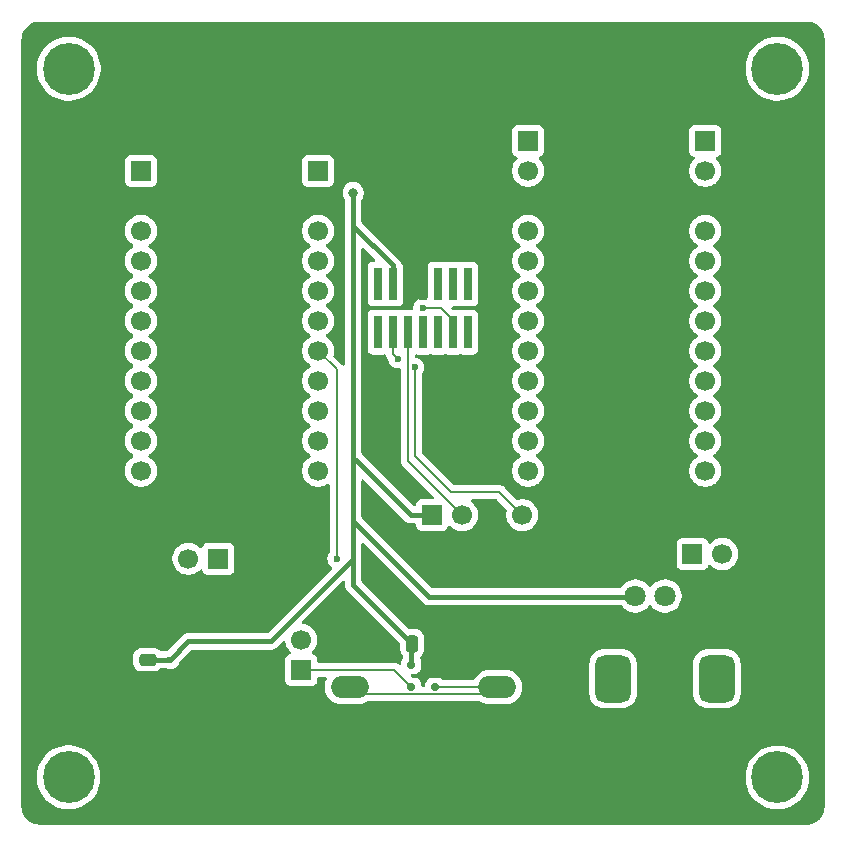
<source format=gbl>
G04 #@! TF.GenerationSoftware,KiCad,Pcbnew,9.0.6*
G04 #@! TF.CreationDate,2025-12-10T15:06:57+01:00*
G04 #@! TF.ProjectId,floppyv3_expansion,666c6f70-7079-4763-935f-657870616e73,rev?*
G04 #@! TF.SameCoordinates,Original*
G04 #@! TF.FileFunction,Copper,L2,Bot*
G04 #@! TF.FilePolarity,Positive*
%FSLAX46Y46*%
G04 Gerber Fmt 4.6, Leading zero omitted, Abs format (unit mm)*
G04 Created by KiCad (PCBNEW 9.0.6) date 2025-12-10 15:06:57*
%MOMM*%
%LPD*%
G01*
G04 APERTURE LIST*
G04 Aperture macros list*
%AMRoundRect*
0 Rectangle with rounded corners*
0 $1 Rounding radius*
0 $2 $3 $4 $5 $6 $7 $8 $9 X,Y pos of 4 corners*
0 Add a 4 corners polygon primitive as box body*
4,1,4,$2,$3,$4,$5,$6,$7,$8,$9,$2,$3,0*
0 Add four circle primitives for the rounded corners*
1,1,$1+$1,$2,$3*
1,1,$1+$1,$4,$5*
1,1,$1+$1,$6,$7*
1,1,$1+$1,$8,$9*
0 Add four rect primitives between the rounded corners*
20,1,$1+$1,$2,$3,$4,$5,0*
20,1,$1+$1,$4,$5,$6,$7,0*
20,1,$1+$1,$6,$7,$8,$9,0*
20,1,$1+$1,$8,$9,$2,$3,0*%
G04 Aperture macros list end*
G04 #@! TA.AperFunction,ComponentPad*
%ADD10O,3.200000X1.900000*%
G04 #@! TD*
G04 #@! TA.AperFunction,ComponentPad*
%ADD11R,1.800000X1.800000*%
G04 #@! TD*
G04 #@! TA.AperFunction,ComponentPad*
%ADD12C,1.800000*%
G04 #@! TD*
G04 #@! TA.AperFunction,ComponentPad*
%ADD13RoundRect,0.750000X-0.750000X1.250000X-0.750000X-1.250000X0.750000X-1.250000X0.750000X1.250000X0*%
G04 #@! TD*
G04 #@! TA.AperFunction,ComponentPad*
%ADD14C,0.700000*%
G04 #@! TD*
G04 #@! TA.AperFunction,ComponentPad*
%ADD15C,4.400000*%
G04 #@! TD*
G04 #@! TA.AperFunction,ComponentPad*
%ADD16R,1.700000X1.700000*%
G04 #@! TD*
G04 #@! TA.AperFunction,ComponentPad*
%ADD17C,1.700000*%
G04 #@! TD*
G04 #@! TA.AperFunction,SMDPad,CuDef*
%ADD18RoundRect,0.175000X0.175000X0.325000X-0.175000X0.325000X-0.175000X-0.325000X0.175000X-0.325000X0*%
G04 #@! TD*
G04 #@! TA.AperFunction,SMDPad,CuDef*
%ADD19RoundRect,0.150000X0.200000X0.150000X-0.200000X0.150000X-0.200000X-0.150000X0.200000X-0.150000X0*%
G04 #@! TD*
G04 #@! TA.AperFunction,SMDPad,CuDef*
%ADD20RoundRect,0.250000X0.475000X-0.250000X0.475000X0.250000X-0.475000X0.250000X-0.475000X-0.250000X0*%
G04 #@! TD*
G04 #@! TA.AperFunction,SMDPad,CuDef*
%ADD21RoundRect,0.250000X-0.250000X-0.475000X0.250000X-0.475000X0.250000X0.475000X-0.250000X0.475000X0*%
G04 #@! TD*
G04 #@! TA.AperFunction,SMDPad,CuDef*
%ADD22R,0.740000X2.790000*%
G04 #@! TD*
G04 #@! TA.AperFunction,ViaPad*
%ADD23C,0.600000*%
G04 #@! TD*
G04 #@! TA.AperFunction,ViaPad*
%ADD24C,0.800000*%
G04 #@! TD*
G04 #@! TA.AperFunction,Conductor*
%ADD25C,0.400000*%
G04 #@! TD*
G04 #@! TA.AperFunction,Conductor*
%ADD26C,0.200000*%
G04 #@! TD*
G04 APERTURE END LIST*
D10*
G04 #@! TO.P,SW1,1,1*
G04 #@! TO.N,GND*
X108902500Y-116260000D03*
X121402500Y-116260000D03*
G04 #@! TO.P,SW1,2,2*
G04 #@! TO.N,Net-(U1-IN)*
X108902500Y-121260000D03*
X121402500Y-121260000D03*
G04 #@! TD*
D11*
G04 #@! TO.P,RV1,1,1*
G04 #@! TO.N,GND*
X138100000Y-113550000D03*
D12*
G04 #@! TO.P,RV1,2,2*
G04 #@! TO.N,Net-(JP1-A)*
X135600000Y-113550000D03*
G04 #@! TO.P,RV1,3,3*
G04 #@! TO.N,/3V3*
X133100000Y-113550000D03*
D13*
G04 #@! TO.P,RV1,MP*
G04 #@! TO.N,N/C*
X140000000Y-120550000D03*
X131200000Y-120550000D03*
G04 #@! TD*
D14*
G04 #@! TO.P,H1,1*
G04 #@! TO.N,N/C*
X83464200Y-68914200D03*
X83947474Y-67747474D03*
X83947474Y-70080926D03*
X85114200Y-67264200D03*
D15*
X85114200Y-68914200D03*
D14*
X85114200Y-70564200D03*
X86280926Y-67747474D03*
X86280926Y-70080926D03*
X86764200Y-68914200D03*
G04 #@! TD*
D16*
G04 #@! TO.P,JP2,1,A*
G04 #@! TO.N,Net-(JP2-A)*
X104800000Y-119800000D03*
D17*
G04 #@! TO.P,JP2,2,B*
G04 #@! TO.N,/PA0*
X104800000Y-117260000D03*
G04 #@! TD*
D16*
G04 #@! TO.P,JP3,1,A*
G04 #@! TO.N,/PB0*
X97780000Y-110400000D03*
D17*
G04 #@! TO.P,JP3,2,B*
G04 #@! TO.N,Net-(D1-DIN)*
X95240000Y-110400000D03*
G04 #@! TD*
D16*
G04 #@! TO.P,J5,1,Pin_1*
G04 #@! TO.N,/VUSB*
X139008414Y-75016440D03*
D17*
G04 #@! TO.P,J5,2,Pin_2*
G04 #@! TO.N,/VIN*
X139008414Y-77556440D03*
G04 #@! TO.P,J5,3,Pin_3*
G04 #@! TO.N,GND*
X139008414Y-80096440D03*
G04 #@! TO.P,J5,4,Pin_4*
G04 #@! TO.N,/PB3*
X139008414Y-82636440D03*
G04 #@! TO.P,J5,5,Pin_5*
G04 #@! TO.N,/PA14*
X139008414Y-85176440D03*
G04 #@! TO.P,J5,6,Pin_6*
G04 #@! TO.N,/PA13*
X139008414Y-87716440D03*
G04 #@! TO.P,J5,7,Pin_7*
G04 #@! TO.N,/PA12*
X139008414Y-90256440D03*
G04 #@! TO.P,J5,8,Pin_8*
G04 #@! TO.N,/PA11*
X139008414Y-92796440D03*
G04 #@! TO.P,J5,9,Pin_9*
G04 #@! TO.N,/PB0*
X139008414Y-95336440D03*
G04 #@! TO.P,J5,10,Pin_10*
G04 #@! TO.N,/PA7*
X139008414Y-97876440D03*
G04 #@! TO.P,J5,11,Pin_11*
G04 #@! TO.N,/PA6*
X139008414Y-100416440D03*
G04 #@! TO.P,J5,12,Pin_12*
G04 #@! TO.N,/PA5*
X139008414Y-102956440D03*
G04 #@! TD*
D16*
G04 #@! TO.P,J1,1,Pin_1*
G04 #@! TO.N,/3V3*
X91228414Y-77556440D03*
D17*
G04 #@! TO.P,J1,2,Pin_2*
G04 #@! TO.N,GND*
X91228414Y-80096440D03*
G04 #@! TO.P,J1,3,Pin_3*
G04 #@! TO.N,/NRST*
X91228414Y-82636440D03*
G04 #@! TO.P,J1,4,Pin_4*
G04 #@! TO.N,/PB7*
X91228414Y-85176440D03*
G04 #@! TO.P,J1,5,Pin_5*
G04 #@! TO.N,/PC14*
X91228414Y-87716440D03*
G04 #@! TO.P,J1,6,Pin_6*
G04 #@! TO.N,/PC15*
X91228414Y-90256440D03*
G04 #@! TO.P,J1,7,Pin_7*
G04 #@! TO.N,/PA0*
X91228414Y-92796440D03*
G04 #@! TO.P,J1,8,Pin_8*
G04 #@! TO.N,/PA1*
X91228414Y-95336440D03*
G04 #@! TO.P,J1,9,Pin_9*
G04 #@! TO.N,/PA2*
X91228414Y-97876440D03*
G04 #@! TO.P,J1,10,Pin_10*
G04 #@! TO.N,/PA3*
X91228414Y-100416440D03*
G04 #@! TO.P,J1,11,Pin_11*
G04 #@! TO.N,/PA4*
X91228414Y-102956440D03*
G04 #@! TD*
D16*
G04 #@! TO.P,J3,1,Pin_1*
G04 #@! TO.N,/3V3*
X115888414Y-106701440D03*
D17*
G04 #@! TO.P,J3,2,Pin_2*
G04 #@! TO.N,/T_SCK*
X118428414Y-106701440D03*
G04 #@! TO.P,J3,3,Pin_3*
G04 #@! TO.N,GND*
X120968414Y-106701440D03*
G04 #@! TO.P,J3,4,Pin_4*
G04 #@! TO.N,/T_SWD*
X123508414Y-106701440D03*
G04 #@! TD*
D14*
G04 #@! TO.P,H3,1*
G04 #@! TO.N,N/C*
X143464200Y-128914278D03*
X143947474Y-127747552D03*
X143947474Y-130081004D03*
X145114200Y-127264278D03*
D15*
X145114200Y-128914278D03*
D14*
X145114200Y-130564278D03*
X146280926Y-127747552D03*
X146280926Y-130081004D03*
X146764200Y-128914278D03*
G04 #@! TD*
D16*
G04 #@! TO.P,J4,1,Pin_1*
G04 #@! TO.N,/VUSB*
X124008414Y-75016440D03*
D17*
G04 #@! TO.P,J4,2,Pin_2*
G04 #@! TO.N,/VIN*
X124008414Y-77556440D03*
G04 #@! TO.P,J4,3,Pin_3*
G04 #@! TO.N,GND*
X124008414Y-80096440D03*
G04 #@! TO.P,J4,4,Pin_4*
G04 #@! TO.N,/PB3*
X124008414Y-82636440D03*
G04 #@! TO.P,J4,5,Pin_5*
G04 #@! TO.N,/PA14*
X124008414Y-85176440D03*
G04 #@! TO.P,J4,6,Pin_6*
G04 #@! TO.N,/PA13*
X124008414Y-87716440D03*
G04 #@! TO.P,J4,7,Pin_7*
G04 #@! TO.N,/PA12*
X124008414Y-90256440D03*
G04 #@! TO.P,J4,8,Pin_8*
G04 #@! TO.N,/PA11*
X124008414Y-92796440D03*
G04 #@! TO.P,J4,9,Pin_9*
G04 #@! TO.N,/PB0*
X124008414Y-95336440D03*
G04 #@! TO.P,J4,10,Pin_10*
G04 #@! TO.N,/PA7*
X124008414Y-97876440D03*
G04 #@! TO.P,J4,11,Pin_11*
G04 #@! TO.N,/PA6*
X124008414Y-100416440D03*
G04 #@! TO.P,J4,12,Pin_12*
G04 #@! TO.N,/PA5*
X124008414Y-102956440D03*
G04 #@! TD*
D14*
G04 #@! TO.P,H4,1*
G04 #@! TO.N,N/C*
X83449986Y-128899964D03*
X83933260Y-127733238D03*
X83933260Y-130066690D03*
X85099986Y-127249964D03*
D15*
X85099986Y-128899964D03*
D14*
X85099986Y-130549964D03*
X86266712Y-127733238D03*
X86266712Y-130066690D03*
X86749986Y-128899964D03*
G04 #@! TD*
D16*
G04 #@! TO.P,JP1,1,A*
G04 #@! TO.N,Net-(JP1-A)*
X137925000Y-110000000D03*
D17*
G04 #@! TO.P,JP1,2,B*
G04 #@! TO.N,/PA5*
X140465000Y-110000000D03*
G04 #@! TD*
D16*
G04 #@! TO.P,J2,1,Pin_1*
G04 #@! TO.N,/3V3*
X106228414Y-77556440D03*
D17*
G04 #@! TO.P,J2,2,Pin_2*
G04 #@! TO.N,GND*
X106228414Y-80096440D03*
G04 #@! TO.P,J2,3,Pin_3*
G04 #@! TO.N,/NRST*
X106228414Y-82636440D03*
G04 #@! TO.P,J2,4,Pin_4*
G04 #@! TO.N,/PB7*
X106228414Y-85176440D03*
G04 #@! TO.P,J2,5,Pin_5*
G04 #@! TO.N,/PC14*
X106228414Y-87716440D03*
G04 #@! TO.P,J2,6,Pin_6*
G04 #@! TO.N,/PC15*
X106228414Y-90256440D03*
G04 #@! TO.P,J2,7,Pin_7*
G04 #@! TO.N,/PA0*
X106228414Y-92796440D03*
G04 #@! TO.P,J2,8,Pin_8*
G04 #@! TO.N,/PA1*
X106228414Y-95336440D03*
G04 #@! TO.P,J2,9,Pin_9*
G04 #@! TO.N,/PA2*
X106228414Y-97876440D03*
G04 #@! TO.P,J2,10,Pin_10*
G04 #@! TO.N,/PA3*
X106228414Y-100416440D03*
G04 #@! TO.P,J2,11,Pin_11*
G04 #@! TO.N,/PA4*
X106228414Y-102956440D03*
G04 #@! TD*
D14*
G04 #@! TO.P,H2,1*
G04 #@! TO.N,N/C*
X143464200Y-68914200D03*
X143947474Y-67747474D03*
X143947474Y-70080926D03*
X145114200Y-67264200D03*
D15*
X145114200Y-68914200D03*
D14*
X145114200Y-70564200D03*
X146280926Y-67747474D03*
X146280926Y-70080926D03*
X146764200Y-68914200D03*
G04 #@! TD*
D18*
G04 #@! TO.P,U1,1,GND*
G04 #@! TO.N,GND*
X116130000Y-119560000D03*
D19*
G04 #@! TO.P,U1,2,IN*
G04 #@! TO.N,Net-(U1-IN)*
X116130000Y-121260000D03*
G04 #@! TO.P,U1,3,OUT*
G04 #@! TO.N,Net-(JP2-A)*
X114130000Y-121260000D03*
G04 #@! TO.P,U1,4,VCC*
G04 #@! TO.N,/3V3*
X114130000Y-119360000D03*
G04 #@! TD*
D20*
G04 #@! TO.P,C2,1*
G04 #@! TO.N,/3V3*
X91800000Y-118940000D03*
G04 #@! TO.P,C2,2*
G04 #@! TO.N,GND*
X91800000Y-117040000D03*
G04 #@! TD*
D21*
G04 #@! TO.P,C1,1*
G04 #@! TO.N,/3V3*
X114200000Y-117600000D03*
G04 #@! TO.P,C1,2*
G04 #@! TO.N,GND*
X116100000Y-117600000D03*
G04 #@! TD*
D22*
G04 #@! TO.P,J6,1,Reserved*
G04 #@! TO.N,unconnected-(J6-Reserved-Pad1)*
X111290000Y-87145000D03*
G04 #@! TO.P,J6,2,Reserved*
G04 #@! TO.N,unconnected-(J6-Reserved-Pad2)*
X111290000Y-91215000D03*
G04 #@! TO.P,J6,3,T_VCC*
G04 #@! TO.N,/3V3*
X112560000Y-87145000D03*
G04 #@! TO.P,J6,4,T_JTMS/T_SWDIO*
G04 #@! TO.N,/T_SWD*
X112560000Y-91215000D03*
G04 #@! TO.P,J6,5,GND*
G04 #@! TO.N,GND*
X113830000Y-87145000D03*
G04 #@! TO.P,J6,6,T_JCLK/T_SWCLK*
G04 #@! TO.N,/T_SCK*
X113830000Y-91215000D03*
G04 #@! TO.P,J6,7,GND*
G04 #@! TO.N,GND*
X115100000Y-87145000D03*
G04 #@! TO.P,J6,8,T_JTDO/T_SWO*
G04 #@! TO.N,unconnected-(J6-T_JTDO{slash}T_SWO-Pad8)*
X115100000Y-91215000D03*
G04 #@! TO.P,J6,9,Reserved*
G04 #@! TO.N,unconnected-(J6-Reserved-Pad9)*
X116370000Y-87145000D03*
G04 #@! TO.P,J6,10,T_JTDI/NC*
G04 #@! TO.N,unconnected-(J6-T_JTDI{slash}NC-Pad10)*
X116370000Y-91215000D03*
G04 #@! TO.P,J6,11,GNDDETECT*
G04 #@! TO.N,unconnected-(J6-GNDDETECT-Pad11)*
X117640000Y-87145000D03*
G04 #@! TO.P,J6,12,T_NRST*
G04 #@! TO.N,/NRST*
X117640000Y-91215000D03*
G04 #@! TO.P,J6,13,T_VCP_RX*
G04 #@! TO.N,unconnected-(J6-T_VCP_RX-Pad13)*
X118910000Y-87145000D03*
G04 #@! TO.P,J6,14,T_VCP_TX*
G04 #@! TO.N,unconnected-(J6-T_VCP_TX-Pad14)*
X118910000Y-91215000D03*
G04 #@! TD*
D23*
G04 #@! TO.N,GND*
X118600000Y-100000000D03*
X136000000Y-67400000D03*
X131200000Y-131000000D03*
X119400000Y-83000000D03*
X89800000Y-125400000D03*
X143400000Y-95600000D03*
X147600000Y-113600000D03*
X126000000Y-125600000D03*
X111600000Y-73600000D03*
X90000000Y-71200000D03*
X86400000Y-89600000D03*
X124400000Y-70200000D03*
X84200000Y-101200000D03*
X89400000Y-109400000D03*
X139400000Y-129400000D03*
X83800000Y-80600000D03*
X146000000Y-79600000D03*
X104200000Y-130000000D03*
X97200000Y-75000000D03*
X129000000Y-107200000D03*
X147600000Y-91800000D03*
X101400000Y-105400000D03*
X98600000Y-124000000D03*
X146800000Y-103000000D03*
X115800000Y-69200000D03*
X116400000Y-126600000D03*
X111400000Y-98200000D03*
X92400000Y-129200000D03*
D24*
G04 #@! TO.N,/3V3*
X109200000Y-79400000D03*
D23*
X93710000Y-118940000D03*
G04 #@! TO.N,/NRST*
X115080000Y-89150000D03*
G04 #@! TO.N,/PA0*
X107810000Y-110380000D03*
G04 #@! TO.N,/T_SWD*
X112960000Y-93460000D03*
X114430000Y-94180000D03*
G04 #@! TD*
D25*
G04 #@! TO.N,/3V3*
X109200000Y-107200000D02*
X109200000Y-109400000D01*
X109200000Y-102000000D02*
X109200000Y-107200000D01*
X114130000Y-117670000D02*
X114200000Y-117600000D01*
X112560000Y-85560000D02*
X112560000Y-87145000D01*
X109200000Y-87600000D02*
X109200000Y-102000000D01*
X109200000Y-110400000D02*
X109200000Y-109400000D01*
X109400000Y-102000000D02*
X114101440Y-106701440D01*
X114130000Y-119360000D02*
X114130000Y-117670000D01*
X109200000Y-82200000D02*
X112560000Y-85560000D01*
X109200000Y-79400000D02*
X109200000Y-82200000D01*
X115600000Y-113600000D02*
X133050000Y-113600000D01*
X102200000Y-117400000D02*
X109200000Y-110400000D01*
X109200000Y-107200000D02*
X115600000Y-113600000D01*
X114101440Y-106701440D02*
X115888414Y-106701440D01*
X109200000Y-102000000D02*
X109400000Y-102000000D01*
X95250000Y-117400000D02*
X102200000Y-117400000D01*
X133050000Y-113600000D02*
X133100000Y-113550000D01*
X109200000Y-82200000D02*
X109200000Y-87600000D01*
X109200000Y-112628014D02*
X114180000Y-117608014D01*
X93710000Y-118940000D02*
X91800000Y-118940000D01*
X93710000Y-118940000D02*
X95250000Y-117400000D01*
X109200000Y-109400000D02*
X109200000Y-112628014D01*
D26*
G04 #@! TO.N,/NRST*
X117640000Y-90190000D02*
X117640000Y-91215000D01*
X116600000Y-89150000D02*
X117640000Y-90190000D01*
X115080000Y-89150000D02*
X116600000Y-89150000D01*
G04 #@! TO.N,/PA0*
X107799000Y-94367026D02*
X106228414Y-92796440D01*
X107810000Y-110380000D02*
X107799000Y-110369000D01*
X107799000Y-110369000D02*
X107799000Y-94367026D01*
G04 #@! TO.N,/T_SWD*
X121566974Y-104760000D02*
X117450000Y-104760000D01*
X117450000Y-104760000D02*
X114428963Y-101738963D01*
X112560000Y-93060000D02*
X112560000Y-91215000D01*
X114428963Y-101738963D02*
X114430000Y-101737926D01*
X112960000Y-93460000D02*
X112560000Y-93060000D01*
X114430000Y-101737926D02*
X114430000Y-94180000D01*
X123508414Y-106701440D02*
X121566974Y-104760000D01*
G04 #@! TO.N,/T_SCK*
X113830000Y-102103026D02*
X113830000Y-91215000D01*
X118428414Y-106701440D02*
X113830000Y-102103026D01*
G04 #@! TO.N,Net-(JP2-A)*
X112670000Y-119800000D02*
X104800000Y-119800000D01*
X114130000Y-121260000D02*
X112670000Y-119800000D01*
G04 #@! TO.N,Net-(U1-IN)*
X109503500Y-121861000D02*
X120801500Y-121861000D01*
X116130000Y-121260000D02*
X121402500Y-121260000D01*
X108902500Y-121260000D02*
X109503500Y-121861000D01*
X120801500Y-121861000D02*
X121402500Y-121260000D01*
G04 #@! TD*
G04 #@! TA.AperFunction,Conductor*
G04 #@! TO.N,GND*
G36*
X108418834Y-112274336D02*
G01*
X108474767Y-112316208D01*
X108499184Y-112381672D01*
X108499500Y-112390518D01*
X108499500Y-112559020D01*
X108499500Y-112697008D01*
X108499500Y-112697010D01*
X108499499Y-112697010D01*
X108526418Y-112832336D01*
X108526421Y-112832346D01*
X108579222Y-112959821D01*
X108655887Y-113074559D01*
X108655888Y-113074560D01*
X113163181Y-117581852D01*
X113196666Y-117643175D01*
X113199500Y-117669533D01*
X113199500Y-118125001D01*
X113199501Y-118125019D01*
X113210000Y-118227796D01*
X113210001Y-118227799D01*
X113245916Y-118336181D01*
X113265186Y-118394334D01*
X113353308Y-118537204D01*
X113357289Y-118543657D01*
X113393181Y-118579549D01*
X113407884Y-118606476D01*
X113424477Y-118632295D01*
X113425368Y-118638495D01*
X113426666Y-118640872D01*
X113429500Y-118667230D01*
X113429500Y-118744484D01*
X113412232Y-118807605D01*
X113328255Y-118949603D01*
X113328254Y-118949606D01*
X113282402Y-119107426D01*
X113282401Y-119107432D01*
X113279500Y-119144298D01*
X113279500Y-119260902D01*
X113259815Y-119327941D01*
X113207011Y-119373696D01*
X113137853Y-119383640D01*
X113084482Y-119362550D01*
X113075534Y-119356298D01*
X113038716Y-119319480D01*
X112951904Y-119269360D01*
X112901785Y-119240423D01*
X112749057Y-119199499D01*
X112590943Y-119199499D01*
X112583347Y-119199499D01*
X112583331Y-119199500D01*
X106274499Y-119199500D01*
X106207460Y-119179815D01*
X106161705Y-119127011D01*
X106150499Y-119075500D01*
X106150499Y-118902129D01*
X106150498Y-118902123D01*
X106150497Y-118902116D01*
X106144091Y-118842517D01*
X106131267Y-118808135D01*
X106093797Y-118707671D01*
X106093793Y-118707664D01*
X106007547Y-118592455D01*
X106007544Y-118592452D01*
X105892335Y-118506206D01*
X105892328Y-118506202D01*
X105760917Y-118457189D01*
X105704983Y-118415318D01*
X105680566Y-118349853D01*
X105695418Y-118281580D01*
X105716563Y-118253332D01*
X105830104Y-118139792D01*
X105840845Y-118125009D01*
X105955048Y-117967820D01*
X105955047Y-117967820D01*
X105955051Y-117967816D01*
X106051557Y-117778412D01*
X106117246Y-117576243D01*
X106150500Y-117366287D01*
X106150500Y-117153713D01*
X106117246Y-116943757D01*
X106051557Y-116741588D01*
X105955051Y-116552184D01*
X105955049Y-116552181D01*
X105955048Y-116552179D01*
X105830109Y-116380213D01*
X105679786Y-116229890D01*
X105507820Y-116104951D01*
X105318414Y-116008444D01*
X105318413Y-116008443D01*
X105318412Y-116008443D01*
X105116243Y-115942754D01*
X105116241Y-115942753D01*
X105116239Y-115942753D01*
X104952304Y-115916788D01*
X104889169Y-115886859D01*
X104852238Y-115827547D01*
X104853236Y-115757684D01*
X104884019Y-115706636D01*
X108287821Y-112302835D01*
X108349142Y-112269352D01*
X108418834Y-112274336D01*
G37*
G04 #@! TD.AperFunction*
G04 #@! TA.AperFunction,Conductor*
G36*
X147548317Y-64914735D02*
G01*
X147548318Y-64914736D01*
X147609784Y-64914736D01*
X147618627Y-64915051D01*
X147818763Y-64929367D01*
X147836272Y-64931884D01*
X148028008Y-64973596D01*
X148044960Y-64978574D01*
X148228803Y-65047146D01*
X148244889Y-65054492D01*
X148417049Y-65148501D01*
X148417106Y-65148532D01*
X148431982Y-65158092D01*
X148589014Y-65275648D01*
X148589053Y-65275677D01*
X148602421Y-65287260D01*
X148741171Y-65426014D01*
X148752741Y-65439367D01*
X148850620Y-65570121D01*
X148870326Y-65596446D01*
X148879891Y-65611330D01*
X148973920Y-65783538D01*
X148981269Y-65799631D01*
X149049831Y-65983460D01*
X149054816Y-66000437D01*
X149096520Y-66192167D01*
X149099037Y-66209678D01*
X149113397Y-66410502D01*
X149113713Y-66419346D01*
X149113713Y-66490106D01*
X149113714Y-66490119D01*
X149113714Y-131348352D01*
X149113712Y-131348360D01*
X149113713Y-131377440D01*
X149113713Y-131409829D01*
X149113397Y-131418673D01*
X149099090Y-131618799D01*
X149096573Y-131636312D01*
X149054869Y-131828044D01*
X149049884Y-131845021D01*
X148981322Y-132028849D01*
X148973973Y-132044943D01*
X148879939Y-132217157D01*
X148870373Y-132232041D01*
X148752797Y-132389105D01*
X148741211Y-132402477D01*
X148602465Y-132541221D01*
X148589093Y-132552807D01*
X148432024Y-132670385D01*
X148417139Y-132679951D01*
X148244934Y-132773977D01*
X148228841Y-132781326D01*
X148044998Y-132849891D01*
X148028021Y-132854875D01*
X147836299Y-132896575D01*
X147818786Y-132899092D01*
X147618370Y-132913417D01*
X147609502Y-132913733D01*
X82673716Y-132899465D01*
X82673450Y-132899449D01*
X82665882Y-132899449D01*
X82604422Y-132899449D01*
X82595573Y-132899133D01*
X82395383Y-132884811D01*
X82377868Y-132882292D01*
X82314129Y-132868422D01*
X82186092Y-132840562D01*
X82169114Y-132835575D01*
X81985239Y-132766976D01*
X81969142Y-132759623D01*
X81878674Y-132710210D01*
X81796898Y-132665544D01*
X81782013Y-132655975D01*
X81624921Y-132538341D01*
X81611549Y-132526750D01*
X81472793Y-132387944D01*
X81461207Y-132374568D01*
X81343630Y-132217434D01*
X81334066Y-132202545D01*
X81240050Y-132030268D01*
X81232703Y-132014170D01*
X81164163Y-131830253D01*
X81159188Y-131813289D01*
X81117528Y-131621497D01*
X81115016Y-131603985D01*
X81100814Y-131404477D01*
X81100502Y-131395677D01*
X81100504Y-131388664D01*
X81100524Y-131333479D01*
X81100522Y-131333475D01*
X81100526Y-131324603D01*
X81100517Y-131324490D01*
X81101080Y-128748300D01*
X82399486Y-128748300D01*
X82399486Y-129051627D01*
X82433443Y-129353012D01*
X82433446Y-129353026D01*
X82500939Y-129648735D01*
X82500943Y-129648747D01*
X82601119Y-129935032D01*
X82732719Y-130208302D01*
X82732721Y-130208305D01*
X82894094Y-130465128D01*
X83083207Y-130702268D01*
X83297682Y-130916743D01*
X83534822Y-131105856D01*
X83791645Y-131267229D01*
X84064921Y-131398832D01*
X84279937Y-131474069D01*
X84351202Y-131499006D01*
X84351214Y-131499010D01*
X84646923Y-131566504D01*
X84646932Y-131566505D01*
X84646937Y-131566506D01*
X84847860Y-131589144D01*
X84948323Y-131600463D01*
X84948326Y-131600464D01*
X84948329Y-131600464D01*
X85251646Y-131600464D01*
X85251647Y-131600463D01*
X85426008Y-131580818D01*
X85553034Y-131566506D01*
X85553037Y-131566505D01*
X85553049Y-131566504D01*
X85848758Y-131499010D01*
X86135051Y-131398832D01*
X86408327Y-131267229D01*
X86665150Y-131105856D01*
X86902290Y-130916743D01*
X87116765Y-130702268D01*
X87305878Y-130465128D01*
X87467251Y-130208305D01*
X87598854Y-129935029D01*
X87699032Y-129648736D01*
X87766526Y-129353027D01*
X87800486Y-129051621D01*
X87800486Y-128762614D01*
X142413700Y-128762614D01*
X142413700Y-129065941D01*
X142447657Y-129367326D01*
X142447660Y-129367340D01*
X142515153Y-129663049D01*
X142515157Y-129663061D01*
X142615333Y-129949346D01*
X142746933Y-130222616D01*
X142746935Y-130222619D01*
X142908308Y-130479442D01*
X143097421Y-130716582D01*
X143311896Y-130931057D01*
X143549036Y-131120170D01*
X143805859Y-131281543D01*
X144079135Y-131413146D01*
X144294151Y-131488383D01*
X144365416Y-131513320D01*
X144365428Y-131513324D01*
X144661137Y-131580818D01*
X144661146Y-131580819D01*
X144661151Y-131580820D01*
X144862074Y-131603458D01*
X144962537Y-131614777D01*
X144962540Y-131614778D01*
X144962543Y-131614778D01*
X145265860Y-131614778D01*
X145265861Y-131614777D01*
X145419894Y-131597422D01*
X145567248Y-131580820D01*
X145567251Y-131580819D01*
X145567263Y-131580818D01*
X145862972Y-131513324D01*
X146149265Y-131413146D01*
X146422541Y-131281543D01*
X146679364Y-131120170D01*
X146916504Y-130931057D01*
X147130979Y-130716582D01*
X147320092Y-130479442D01*
X147481465Y-130222619D01*
X147613068Y-129949343D01*
X147713246Y-129663050D01*
X147780740Y-129367341D01*
X147782355Y-129353012D01*
X147814699Y-129065941D01*
X147814700Y-129065937D01*
X147814700Y-128762618D01*
X147814699Y-128762614D01*
X147780742Y-128461229D01*
X147780741Y-128461224D01*
X147780740Y-128461215D01*
X147713246Y-128165506D01*
X147613068Y-127879213D01*
X147481465Y-127605937D01*
X147320092Y-127349114D01*
X147130979Y-127111974D01*
X146916504Y-126897499D01*
X146679364Y-126708386D01*
X146422541Y-126547013D01*
X146422538Y-126547011D01*
X146149268Y-126415411D01*
X145862983Y-126315235D01*
X145862971Y-126315231D01*
X145634756Y-126263142D01*
X145567263Y-126247738D01*
X145567260Y-126247737D01*
X145567248Y-126247735D01*
X145265863Y-126213778D01*
X145265857Y-126213778D01*
X144962543Y-126213778D01*
X144962536Y-126213778D01*
X144661151Y-126247735D01*
X144661137Y-126247738D01*
X144365428Y-126315231D01*
X144365416Y-126315235D01*
X144079131Y-126415411D01*
X143805861Y-126547011D01*
X143549037Y-126708385D01*
X143311896Y-126897498D01*
X143097420Y-127111974D01*
X142908307Y-127349115D01*
X142746933Y-127605939D01*
X142615333Y-127879209D01*
X142515157Y-128165494D01*
X142515153Y-128165506D01*
X142447660Y-128461215D01*
X142447657Y-128461229D01*
X142413700Y-128762614D01*
X87800486Y-128762614D01*
X87800486Y-128748307D01*
X87789166Y-128647838D01*
X87766528Y-128446915D01*
X87766527Y-128446910D01*
X87766526Y-128446901D01*
X87699032Y-128151192D01*
X87598854Y-127864899D01*
X87467251Y-127591623D01*
X87305878Y-127334800D01*
X87116765Y-127097660D01*
X86902290Y-126883185D01*
X86665150Y-126694072D01*
X86408327Y-126532699D01*
X86408324Y-126532697D01*
X86135054Y-126401097D01*
X85848769Y-126300921D01*
X85848757Y-126300917D01*
X85615749Y-126247735D01*
X85553049Y-126233424D01*
X85553046Y-126233423D01*
X85553034Y-126233421D01*
X85251649Y-126199464D01*
X85251643Y-126199464D01*
X84948329Y-126199464D01*
X84948322Y-126199464D01*
X84646937Y-126233421D01*
X84646923Y-126233424D01*
X84351214Y-126300917D01*
X84351202Y-126300921D01*
X84064917Y-126401097D01*
X83791647Y-126532697D01*
X83534823Y-126694071D01*
X83297682Y-126883184D01*
X83083206Y-127097660D01*
X82894093Y-127334801D01*
X82732719Y-127591625D01*
X82601119Y-127864895D01*
X82500943Y-128151180D01*
X82500939Y-128151192D01*
X82433446Y-128446901D01*
X82433443Y-128446915D01*
X82399486Y-128748300D01*
X81101080Y-128748300D01*
X81103291Y-118639983D01*
X90574500Y-118639983D01*
X90574500Y-119240001D01*
X90574501Y-119240019D01*
X90585000Y-119342796D01*
X90585001Y-119342799D01*
X90614323Y-119431286D01*
X90640186Y-119509334D01*
X90732288Y-119658656D01*
X90856344Y-119782712D01*
X91005666Y-119874814D01*
X91172203Y-119929999D01*
X91274991Y-119940500D01*
X92325008Y-119940499D01*
X92325016Y-119940498D01*
X92325019Y-119940498D01*
X92381302Y-119934748D01*
X92427797Y-119929999D01*
X92594334Y-119874814D01*
X92743656Y-119782712D01*
X92849550Y-119676818D01*
X92910873Y-119643334D01*
X92937231Y-119640500D01*
X93284684Y-119640500D01*
X93332136Y-119649939D01*
X93476498Y-119709735D01*
X93476503Y-119709737D01*
X93631153Y-119740499D01*
X93631156Y-119740500D01*
X93631158Y-119740500D01*
X93788844Y-119740500D01*
X93788845Y-119740499D01*
X93943497Y-119709737D01*
X94089179Y-119649394D01*
X94220289Y-119561789D01*
X94331789Y-119450289D01*
X94419394Y-119319179D01*
X94419395Y-119319176D01*
X94419397Y-119319173D01*
X94479192Y-119174812D01*
X94506069Y-119134586D01*
X95503838Y-118136819D01*
X95565161Y-118103334D01*
X95591519Y-118100500D01*
X102268996Y-118100500D01*
X102360040Y-118082389D01*
X102404328Y-118073580D01*
X102468069Y-118047177D01*
X102531807Y-118020777D01*
X102531808Y-118020776D01*
X102531811Y-118020775D01*
X102646543Y-117944114D01*
X103246636Y-117344019D01*
X103307957Y-117310536D01*
X103377648Y-117315520D01*
X103433582Y-117357391D01*
X103456788Y-117412304D01*
X103482754Y-117576243D01*
X103496377Y-117618171D01*
X103548444Y-117778414D01*
X103644951Y-117967820D01*
X103769890Y-118139786D01*
X103883430Y-118253326D01*
X103916915Y-118314649D01*
X103911931Y-118384341D01*
X103870059Y-118440274D01*
X103839083Y-118457189D01*
X103707669Y-118506203D01*
X103707664Y-118506206D01*
X103592455Y-118592452D01*
X103592452Y-118592455D01*
X103506206Y-118707664D01*
X103506202Y-118707671D01*
X103455908Y-118842517D01*
X103449501Y-118902116D01*
X103449501Y-118902123D01*
X103449500Y-118902135D01*
X103449500Y-120697870D01*
X103449501Y-120697876D01*
X103455908Y-120757483D01*
X103506202Y-120892328D01*
X103506206Y-120892335D01*
X103592452Y-121007544D01*
X103592455Y-121007547D01*
X103707664Y-121093793D01*
X103707671Y-121093797D01*
X103842517Y-121144091D01*
X103842516Y-121144091D01*
X103849444Y-121144835D01*
X103902127Y-121150500D01*
X105697872Y-121150499D01*
X105757483Y-121144091D01*
X105892331Y-121093796D01*
X106007546Y-121007546D01*
X106093796Y-120892331D01*
X106144091Y-120757483D01*
X106150500Y-120697873D01*
X106150500Y-120524500D01*
X106170185Y-120457461D01*
X106222989Y-120411706D01*
X106274500Y-120400500D01*
X106860153Y-120400500D01*
X106927192Y-120420185D01*
X106972947Y-120472989D01*
X106982891Y-120542147D01*
X106970638Y-120580795D01*
X106908270Y-120703196D01*
X106837715Y-120920339D01*
X106802000Y-121145837D01*
X106802000Y-121374162D01*
X106837715Y-121599660D01*
X106908270Y-121816803D01*
X106999786Y-121996412D01*
X107011921Y-122020228D01*
X107146121Y-122204937D01*
X107307563Y-122366379D01*
X107492272Y-122500579D01*
X107588384Y-122549550D01*
X107695696Y-122604229D01*
X107695698Y-122604229D01*
X107695701Y-122604231D01*
X107812092Y-122642049D01*
X107912839Y-122674784D01*
X108138338Y-122710500D01*
X108138343Y-122710500D01*
X109666662Y-122710500D01*
X109892160Y-122674784D01*
X110109299Y-122604231D01*
X110312728Y-122500579D01*
X110333920Y-122485182D01*
X110399727Y-122461702D01*
X110406806Y-122461500D01*
X119898194Y-122461500D01*
X119965233Y-122481185D01*
X119971080Y-122485182D01*
X119992272Y-122500579D01*
X120088384Y-122549550D01*
X120195696Y-122604229D01*
X120195698Y-122604229D01*
X120195701Y-122604231D01*
X120312092Y-122642049D01*
X120412839Y-122674784D01*
X120638338Y-122710500D01*
X120638343Y-122710500D01*
X122166662Y-122710500D01*
X122392160Y-122674784D01*
X122609299Y-122604231D01*
X122812728Y-122500579D01*
X122997437Y-122366379D01*
X123158879Y-122204937D01*
X123293079Y-122020228D01*
X123396731Y-121816799D01*
X123467284Y-121599660D01*
X123503000Y-121374162D01*
X123503000Y-121145837D01*
X123467284Y-120920339D01*
X123414368Y-120757482D01*
X123396731Y-120703201D01*
X123396729Y-120703198D01*
X123396729Y-120703196D01*
X123314670Y-120542147D01*
X123293079Y-120499772D01*
X123158879Y-120315063D01*
X122997437Y-120153621D01*
X122812728Y-120019421D01*
X122609303Y-119915770D01*
X122392160Y-119845215D01*
X122166662Y-119809500D01*
X122166657Y-119809500D01*
X120638343Y-119809500D01*
X120638338Y-119809500D01*
X120412839Y-119845215D01*
X120195696Y-119915770D01*
X119992271Y-120019421D01*
X119807561Y-120153622D01*
X119646122Y-120315061D01*
X119511921Y-120499771D01*
X119465033Y-120591795D01*
X119417058Y-120642591D01*
X119354548Y-120659500D01*
X116850808Y-120659500D01*
X116783769Y-120639815D01*
X116763126Y-120623180D01*
X116731870Y-120591923D01*
X116731862Y-120591917D01*
X116590396Y-120508255D01*
X116590393Y-120508254D01*
X116432573Y-120462402D01*
X116432567Y-120462401D01*
X116395701Y-120459500D01*
X116395694Y-120459500D01*
X115864306Y-120459500D01*
X115864298Y-120459500D01*
X115827432Y-120462401D01*
X115827426Y-120462402D01*
X115669606Y-120508254D01*
X115669603Y-120508255D01*
X115528137Y-120591917D01*
X115528129Y-120591923D01*
X115411923Y-120708129D01*
X115411917Y-120708137D01*
X115328255Y-120849603D01*
X115328254Y-120849606D01*
X115282402Y-121007426D01*
X115282401Y-121007432D01*
X115279500Y-121044298D01*
X115279500Y-121136500D01*
X115276949Y-121145185D01*
X115278238Y-121154147D01*
X115267259Y-121178187D01*
X115259815Y-121203539D01*
X115252974Y-121209466D01*
X115249213Y-121217703D01*
X115226978Y-121231992D01*
X115207011Y-121249294D01*
X115196496Y-121251581D01*
X115190435Y-121255477D01*
X115155500Y-121260500D01*
X115104500Y-121260500D01*
X115037461Y-121240815D01*
X114991706Y-121188011D01*
X114980500Y-121136500D01*
X114980500Y-121044313D01*
X114980499Y-121044298D01*
X114977598Y-121007432D01*
X114977597Y-121007426D01*
X114931745Y-120849606D01*
X114931744Y-120849603D01*
X114931744Y-120849602D01*
X114848081Y-120708135D01*
X114848079Y-120708133D01*
X114848076Y-120708129D01*
X114731870Y-120591923D01*
X114731862Y-120591917D01*
X114590396Y-120508255D01*
X114590393Y-120508254D01*
X114432573Y-120462402D01*
X114432567Y-120462401D01*
X114395701Y-120459500D01*
X114395694Y-120459500D01*
X114230098Y-120459500D01*
X114200657Y-120450855D01*
X114170671Y-120444332D01*
X114165655Y-120440577D01*
X114163059Y-120439815D01*
X114142417Y-120423181D01*
X114091417Y-120372181D01*
X114057932Y-120310858D01*
X114062916Y-120241166D01*
X114104788Y-120185233D01*
X114170252Y-120160816D01*
X114179098Y-120160500D01*
X114395686Y-120160500D01*
X114395694Y-120160500D01*
X114432569Y-120157598D01*
X114432571Y-120157597D01*
X114432573Y-120157597D01*
X114474191Y-120145505D01*
X114590398Y-120111744D01*
X114731865Y-120028081D01*
X114848081Y-119911865D01*
X114931744Y-119770398D01*
X114977598Y-119612569D01*
X114980500Y-119575694D01*
X114980500Y-119235777D01*
X129199500Y-119235777D01*
X129199500Y-121864208D01*
X129199501Y-121864223D01*
X129209904Y-121996413D01*
X129209905Y-121996420D01*
X129264902Y-122214678D01*
X129264903Y-122214681D01*
X129357991Y-122419622D01*
X129357997Y-122419632D01*
X129486174Y-122604645D01*
X129486178Y-122604650D01*
X129486181Y-122604654D01*
X129645346Y-122763819D01*
X129645350Y-122763822D01*
X129645354Y-122763825D01*
X129784603Y-122860297D01*
X129830374Y-122892007D01*
X130035317Y-122985096D01*
X130035321Y-122985097D01*
X130253579Y-123040094D01*
X130253581Y-123040094D01*
X130253588Y-123040096D01*
X130385783Y-123050500D01*
X132014216Y-123050499D01*
X132146412Y-123040096D01*
X132364683Y-122985096D01*
X132569626Y-122892007D01*
X132754654Y-122763819D01*
X132913819Y-122604654D01*
X133042007Y-122419626D01*
X133135096Y-122214683D01*
X133190096Y-121996412D01*
X133200500Y-121864217D01*
X133200499Y-119235784D01*
X133200498Y-119235777D01*
X137999500Y-119235777D01*
X137999500Y-121864208D01*
X137999501Y-121864223D01*
X138009904Y-121996413D01*
X138009905Y-121996420D01*
X138064902Y-122214678D01*
X138064903Y-122214681D01*
X138157991Y-122419622D01*
X138157997Y-122419632D01*
X138286174Y-122604645D01*
X138286178Y-122604650D01*
X138286181Y-122604654D01*
X138445346Y-122763819D01*
X138445350Y-122763822D01*
X138445354Y-122763825D01*
X138584603Y-122860297D01*
X138630374Y-122892007D01*
X138835317Y-122985096D01*
X138835321Y-122985097D01*
X139053579Y-123040094D01*
X139053581Y-123040094D01*
X139053588Y-123040096D01*
X139185783Y-123050500D01*
X140814216Y-123050499D01*
X140946412Y-123040096D01*
X141164683Y-122985096D01*
X141369626Y-122892007D01*
X141554654Y-122763819D01*
X141713819Y-122604654D01*
X141842007Y-122419626D01*
X141935096Y-122214683D01*
X141990096Y-121996412D01*
X142000500Y-121864217D01*
X142000499Y-119235784D01*
X141990096Y-119103588D01*
X141983018Y-119075500D01*
X141935097Y-118885321D01*
X141935096Y-118885318D01*
X141915376Y-118841903D01*
X141842007Y-118680374D01*
X141790810Y-118606476D01*
X141713825Y-118495354D01*
X141713822Y-118495350D01*
X141713819Y-118495346D01*
X141554654Y-118336181D01*
X141554650Y-118336178D01*
X141554645Y-118336174D01*
X141369632Y-118207997D01*
X141369630Y-118207995D01*
X141369626Y-118207993D01*
X141359034Y-118203182D01*
X141164681Y-118114903D01*
X141164678Y-118114902D01*
X140946420Y-118059905D01*
X140946413Y-118059904D01*
X140902347Y-118056436D01*
X140814217Y-118049500D01*
X140814215Y-118049500D01*
X139185791Y-118049500D01*
X139185776Y-118049501D01*
X139053586Y-118059904D01*
X139053579Y-118059905D01*
X138835321Y-118114902D01*
X138835318Y-118114903D01*
X138630377Y-118207991D01*
X138630367Y-118207997D01*
X138445354Y-118336174D01*
X138445342Y-118336184D01*
X138286184Y-118495342D01*
X138286174Y-118495354D01*
X138157997Y-118680367D01*
X138157991Y-118680377D01*
X138064903Y-118885318D01*
X138064902Y-118885321D01*
X138009905Y-119103579D01*
X138009904Y-119103586D01*
X137999500Y-119235777D01*
X133200498Y-119235777D01*
X133190096Y-119103588D01*
X133183018Y-119075500D01*
X133135097Y-118885321D01*
X133135096Y-118885318D01*
X133115376Y-118841903D01*
X133042007Y-118680374D01*
X132990810Y-118606476D01*
X132913825Y-118495354D01*
X132913822Y-118495350D01*
X132913819Y-118495346D01*
X132754654Y-118336181D01*
X132754650Y-118336178D01*
X132754645Y-118336174D01*
X132569632Y-118207997D01*
X132569630Y-118207995D01*
X132569626Y-118207993D01*
X132559034Y-118203182D01*
X132364681Y-118114903D01*
X132364678Y-118114902D01*
X132146420Y-118059905D01*
X132146413Y-118059904D01*
X132102347Y-118056436D01*
X132014217Y-118049500D01*
X132014215Y-118049500D01*
X130385791Y-118049500D01*
X130385776Y-118049501D01*
X130253586Y-118059904D01*
X130253579Y-118059905D01*
X130035321Y-118114902D01*
X130035318Y-118114903D01*
X129830377Y-118207991D01*
X129830367Y-118207997D01*
X129645354Y-118336174D01*
X129645342Y-118336184D01*
X129486184Y-118495342D01*
X129486174Y-118495354D01*
X129357997Y-118680367D01*
X129357991Y-118680377D01*
X129264903Y-118885318D01*
X129264902Y-118885321D01*
X129209905Y-119103579D01*
X129209904Y-119103586D01*
X129199500Y-119235777D01*
X114980500Y-119235777D01*
X114980500Y-119144306D01*
X114977598Y-119107431D01*
X114976481Y-119103588D01*
X114931745Y-118949606D01*
X114931744Y-118949603D01*
X114931744Y-118949602D01*
X114868050Y-118841902D01*
X114850868Y-118774179D01*
X114873028Y-118707916D01*
X114909688Y-118673242D01*
X114918656Y-118667712D01*
X115042712Y-118543656D01*
X115134814Y-118394334D01*
X115189999Y-118227797D01*
X115200500Y-118125009D01*
X115200499Y-117074992D01*
X115189999Y-116972203D01*
X115134814Y-116805666D01*
X115042712Y-116656344D01*
X114918656Y-116532288D01*
X114769334Y-116440186D01*
X114602797Y-116385001D01*
X114602795Y-116385000D01*
X114500016Y-116374500D01*
X114500009Y-116374500D01*
X113988505Y-116374500D01*
X113921466Y-116354815D01*
X113900824Y-116338181D01*
X109936819Y-112374176D01*
X109903334Y-112312853D01*
X109900500Y-112286495D01*
X109900500Y-109190519D01*
X109920185Y-109123480D01*
X109972989Y-109077725D01*
X110042147Y-109067781D01*
X110105703Y-109096806D01*
X110112181Y-109102838D01*
X115153453Y-114144111D01*
X115153454Y-114144112D01*
X115268192Y-114220777D01*
X115395667Y-114273578D01*
X115395672Y-114273580D01*
X115395676Y-114273580D01*
X115395677Y-114273581D01*
X115531003Y-114300500D01*
X115531006Y-114300500D01*
X115531007Y-114300500D01*
X131850976Y-114300500D01*
X131918015Y-114320185D01*
X131951295Y-114351616D01*
X132031754Y-114462361D01*
X132187636Y-114618243D01*
X132187641Y-114618247D01*
X132343192Y-114731260D01*
X132365978Y-114747815D01*
X132494375Y-114813237D01*
X132562393Y-114847895D01*
X132562396Y-114847896D01*
X132667221Y-114881955D01*
X132772049Y-114916015D01*
X132989778Y-114950500D01*
X132989779Y-114950500D01*
X133210221Y-114950500D01*
X133210222Y-114950500D01*
X133427951Y-114916015D01*
X133637606Y-114847895D01*
X133834022Y-114747815D01*
X134012365Y-114618242D01*
X134168242Y-114462365D01*
X134249682Y-114350270D01*
X134305011Y-114307606D01*
X134374624Y-114301627D01*
X134436420Y-114334232D01*
X134450313Y-114350265D01*
X134451295Y-114351616D01*
X134531758Y-114462365D01*
X134687636Y-114618243D01*
X134687641Y-114618247D01*
X134843192Y-114731260D01*
X134865978Y-114747815D01*
X134994375Y-114813237D01*
X135062393Y-114847895D01*
X135062396Y-114847896D01*
X135167221Y-114881955D01*
X135272049Y-114916015D01*
X135489778Y-114950500D01*
X135489779Y-114950500D01*
X135710221Y-114950500D01*
X135710222Y-114950500D01*
X135927951Y-114916015D01*
X136137606Y-114847895D01*
X136334022Y-114747815D01*
X136512365Y-114618242D01*
X136668242Y-114462365D01*
X136797815Y-114284022D01*
X136897895Y-114087606D01*
X136966015Y-113877951D01*
X137000500Y-113660222D01*
X137000500Y-113439778D01*
X136966015Y-113222049D01*
X136897895Y-113012394D01*
X136897895Y-113012393D01*
X136863237Y-112944375D01*
X136797815Y-112815978D01*
X136749681Y-112749727D01*
X136668247Y-112637641D01*
X136668243Y-112637636D01*
X136512363Y-112481756D01*
X136512358Y-112481752D01*
X136334025Y-112352187D01*
X136334024Y-112352186D01*
X136334022Y-112352185D01*
X136263414Y-112316208D01*
X136137606Y-112252104D01*
X136137603Y-112252103D01*
X135927952Y-112183985D01*
X135819086Y-112166742D01*
X135710222Y-112149500D01*
X135489778Y-112149500D01*
X135417201Y-112160995D01*
X135272047Y-112183985D01*
X135062396Y-112252103D01*
X135062393Y-112252104D01*
X134865974Y-112352187D01*
X134687641Y-112481752D01*
X134687636Y-112481756D01*
X134531756Y-112637636D01*
X134531752Y-112637641D01*
X134450318Y-112749727D01*
X134394989Y-112792393D01*
X134325375Y-112798372D01*
X134263580Y-112765767D01*
X134249682Y-112749727D01*
X134168247Y-112637641D01*
X134168243Y-112637636D01*
X134012363Y-112481756D01*
X134012358Y-112481752D01*
X133834025Y-112352187D01*
X133834024Y-112352186D01*
X133834022Y-112352185D01*
X133763414Y-112316208D01*
X133637606Y-112252104D01*
X133637603Y-112252103D01*
X133427952Y-112183985D01*
X133319086Y-112166742D01*
X133210222Y-112149500D01*
X132989778Y-112149500D01*
X132917201Y-112160995D01*
X132772047Y-112183985D01*
X132562396Y-112252103D01*
X132562393Y-112252104D01*
X132365974Y-112352187D01*
X132187641Y-112481752D01*
X132187636Y-112481756D01*
X132031756Y-112637636D01*
X132031752Y-112637641D01*
X131902187Y-112815973D01*
X131894126Y-112831795D01*
X131846152Y-112882591D01*
X131783641Y-112899500D01*
X115941519Y-112899500D01*
X115874480Y-112879815D01*
X115853838Y-112863181D01*
X112092792Y-109102135D01*
X136574500Y-109102135D01*
X136574500Y-110897870D01*
X136574501Y-110897876D01*
X136580908Y-110957483D01*
X136631202Y-111092328D01*
X136631206Y-111092335D01*
X136717452Y-111207544D01*
X136717455Y-111207547D01*
X136832664Y-111293793D01*
X136832671Y-111293797D01*
X136967517Y-111344091D01*
X136967516Y-111344091D01*
X136974444Y-111344835D01*
X137027127Y-111350500D01*
X138822872Y-111350499D01*
X138882483Y-111344091D01*
X139017331Y-111293796D01*
X139132546Y-111207546D01*
X139218796Y-111092331D01*
X139267810Y-110960916D01*
X139309681Y-110904984D01*
X139375145Y-110880566D01*
X139443418Y-110895417D01*
X139471673Y-110916569D01*
X139585213Y-111030109D01*
X139757179Y-111155048D01*
X139757181Y-111155049D01*
X139757184Y-111155051D01*
X139946588Y-111251557D01*
X140148757Y-111317246D01*
X140358713Y-111350500D01*
X140358714Y-111350500D01*
X140571286Y-111350500D01*
X140571287Y-111350500D01*
X140781243Y-111317246D01*
X140983412Y-111251557D01*
X141172816Y-111155051D01*
X141194789Y-111139086D01*
X141344786Y-111030109D01*
X141344788Y-111030106D01*
X141344792Y-111030104D01*
X141495104Y-110879792D01*
X141495106Y-110879788D01*
X141495109Y-110879786D01*
X141620048Y-110707820D01*
X141620047Y-110707820D01*
X141620051Y-110707816D01*
X141716557Y-110518412D01*
X141782246Y-110316243D01*
X141815500Y-110106287D01*
X141815500Y-109893713D01*
X141782246Y-109683757D01*
X141716557Y-109481588D01*
X141620051Y-109292184D01*
X141620049Y-109292181D01*
X141620048Y-109292179D01*
X141495109Y-109120213D01*
X141344786Y-108969890D01*
X141172820Y-108844951D01*
X140983414Y-108748444D01*
X140983413Y-108748443D01*
X140983412Y-108748443D01*
X140781243Y-108682754D01*
X140781241Y-108682753D01*
X140781240Y-108682753D01*
X140619957Y-108657208D01*
X140571287Y-108649500D01*
X140358713Y-108649500D01*
X140310042Y-108657208D01*
X140148760Y-108682753D01*
X139946585Y-108748444D01*
X139757179Y-108844951D01*
X139585215Y-108969889D01*
X139471673Y-109083431D01*
X139410350Y-109116915D01*
X139340658Y-109111931D01*
X139284725Y-109070059D01*
X139267810Y-109039082D01*
X139218797Y-108907671D01*
X139218793Y-108907664D01*
X139132547Y-108792455D01*
X139132544Y-108792452D01*
X139017335Y-108706206D01*
X139017328Y-108706202D01*
X138882482Y-108655908D01*
X138882483Y-108655908D01*
X138822883Y-108649501D01*
X138822881Y-108649500D01*
X138822873Y-108649500D01*
X138822864Y-108649500D01*
X137027129Y-108649500D01*
X137027123Y-108649501D01*
X136967516Y-108655908D01*
X136832671Y-108706202D01*
X136832664Y-108706206D01*
X136717455Y-108792452D01*
X136717452Y-108792455D01*
X136631206Y-108907664D01*
X136631202Y-108907671D01*
X136580908Y-109042517D01*
X136574501Y-109102116D01*
X136574500Y-109102135D01*
X112092792Y-109102135D01*
X109936819Y-106946162D01*
X109903334Y-106884839D01*
X109900500Y-106858481D01*
X109900500Y-103790519D01*
X109920185Y-103723480D01*
X109972989Y-103677725D01*
X110042147Y-103667781D01*
X110105703Y-103696806D01*
X110112181Y-103702838D01*
X113654893Y-107245551D01*
X113654894Y-107245552D01*
X113769630Y-107322216D01*
X113868230Y-107363057D01*
X113897111Y-107375020D01*
X113897112Y-107375020D01*
X113897117Y-107375022D01*
X113923985Y-107380365D01*
X113923991Y-107380366D01*
X113924031Y-107380374D01*
X114014377Y-107398345D01*
X114032446Y-107401940D01*
X114032447Y-107401940D01*
X114413915Y-107401940D01*
X114480954Y-107421625D01*
X114526709Y-107474429D01*
X114537915Y-107525940D01*
X114537915Y-107599316D01*
X114544322Y-107658923D01*
X114594616Y-107793768D01*
X114594620Y-107793775D01*
X114680866Y-107908984D01*
X114680869Y-107908987D01*
X114796078Y-107995233D01*
X114796085Y-107995237D01*
X114930931Y-108045531D01*
X114930930Y-108045531D01*
X114937858Y-108046275D01*
X114990541Y-108051940D01*
X116786286Y-108051939D01*
X116845897Y-108045531D01*
X116980745Y-107995236D01*
X117095960Y-107908986D01*
X117182210Y-107793771D01*
X117231224Y-107662356D01*
X117273095Y-107606424D01*
X117338559Y-107582006D01*
X117406832Y-107596857D01*
X117435087Y-107618009D01*
X117548627Y-107731549D01*
X117720593Y-107856488D01*
X117720595Y-107856489D01*
X117720598Y-107856491D01*
X117910002Y-107952997D01*
X118112171Y-108018686D01*
X118322127Y-108051940D01*
X118322128Y-108051940D01*
X118534700Y-108051940D01*
X118534701Y-108051940D01*
X118744657Y-108018686D01*
X118946826Y-107952997D01*
X119136230Y-107856491D01*
X119222552Y-107793775D01*
X119308200Y-107731549D01*
X119308202Y-107731546D01*
X119308206Y-107731544D01*
X119458518Y-107581232D01*
X119458520Y-107581228D01*
X119458523Y-107581226D01*
X119583462Y-107409260D01*
X119583461Y-107409260D01*
X119583465Y-107409256D01*
X119679971Y-107219852D01*
X119745660Y-107017683D01*
X119778914Y-106807727D01*
X119778914Y-106595153D01*
X119745660Y-106385197D01*
X119679971Y-106183028D01*
X119583465Y-105993624D01*
X119583463Y-105993621D01*
X119583462Y-105993619D01*
X119458523Y-105821653D01*
X119308206Y-105671336D01*
X119222550Y-105609104D01*
X119189123Y-105584817D01*
X119146458Y-105529489D01*
X119140479Y-105459876D01*
X119173084Y-105398080D01*
X119233923Y-105363723D01*
X119262009Y-105360500D01*
X121266877Y-105360500D01*
X121333916Y-105380185D01*
X121354558Y-105396819D01*
X122174655Y-106216916D01*
X122208140Y-106278239D01*
X122204906Y-106342913D01*
X122191167Y-106385197D01*
X122157914Y-106595153D01*
X122157914Y-106807727D01*
X122191168Y-107017683D01*
X122227989Y-107131007D01*
X122256858Y-107219854D01*
X122353365Y-107409260D01*
X122478304Y-107581226D01*
X122628627Y-107731549D01*
X122800593Y-107856488D01*
X122800595Y-107856489D01*
X122800598Y-107856491D01*
X122990002Y-107952997D01*
X123192171Y-108018686D01*
X123402127Y-108051940D01*
X123402128Y-108051940D01*
X123614700Y-108051940D01*
X123614701Y-108051940D01*
X123824657Y-108018686D01*
X124026826Y-107952997D01*
X124216230Y-107856491D01*
X124302552Y-107793775D01*
X124388200Y-107731549D01*
X124388202Y-107731546D01*
X124388206Y-107731544D01*
X124538518Y-107581232D01*
X124538520Y-107581228D01*
X124538523Y-107581226D01*
X124663462Y-107409260D01*
X124663461Y-107409260D01*
X124663465Y-107409256D01*
X124759971Y-107219852D01*
X124825660Y-107017683D01*
X124858914Y-106807727D01*
X124858914Y-106595153D01*
X124825660Y-106385197D01*
X124759971Y-106183028D01*
X124663465Y-105993624D01*
X124663463Y-105993621D01*
X124663462Y-105993619D01*
X124538523Y-105821653D01*
X124388200Y-105671330D01*
X124216234Y-105546391D01*
X124026828Y-105449884D01*
X124026827Y-105449883D01*
X124026826Y-105449883D01*
X123824657Y-105384194D01*
X123824655Y-105384193D01*
X123824654Y-105384193D01*
X123663371Y-105358648D01*
X123614701Y-105350940D01*
X123402127Y-105350940D01*
X123373420Y-105355486D01*
X123192171Y-105384193D01*
X123149887Y-105397932D01*
X123080046Y-105399926D01*
X123023890Y-105367681D01*
X122054564Y-104398355D01*
X122054562Y-104398352D01*
X121935691Y-104279481D01*
X121935683Y-104279475D01*
X121811878Y-104207997D01*
X121811875Y-104207996D01*
X121811873Y-104207995D01*
X121798759Y-104200423D01*
X121646031Y-104159499D01*
X121487917Y-104159499D01*
X121480321Y-104159499D01*
X121480305Y-104159500D01*
X117750097Y-104159500D01*
X117683058Y-104139815D01*
X117662416Y-104123181D01*
X115066819Y-101527584D01*
X115033334Y-101466261D01*
X115030500Y-101439903D01*
X115030500Y-94759765D01*
X115050185Y-94692726D01*
X115051398Y-94690874D01*
X115139390Y-94559185D01*
X115139390Y-94559184D01*
X115139394Y-94559179D01*
X115199737Y-94413497D01*
X115230500Y-94258842D01*
X115230500Y-94101158D01*
X115230500Y-94101155D01*
X115230499Y-94101153D01*
X115222538Y-94061132D01*
X115199737Y-93946503D01*
X115174885Y-93886504D01*
X115139397Y-93800827D01*
X115139390Y-93800814D01*
X115051789Y-93669711D01*
X115051786Y-93669707D01*
X114940292Y-93558213D01*
X114940288Y-93558210D01*
X114809185Y-93470609D01*
X114809172Y-93470602D01*
X114663501Y-93410264D01*
X114663491Y-93410261D01*
X114530308Y-93383769D01*
X114502177Y-93369054D01*
X114473297Y-93355865D01*
X114471440Y-93352975D01*
X114468397Y-93351384D01*
X114452684Y-93323791D01*
X114435523Y-93297087D01*
X114434862Y-93292493D01*
X114433823Y-93290668D01*
X114430500Y-93262152D01*
X114430500Y-93211066D01*
X114450185Y-93144027D01*
X114502989Y-93098272D01*
X114572147Y-93088328D01*
X114597833Y-93094884D01*
X114622517Y-93104091D01*
X114622516Y-93104091D01*
X114629444Y-93104835D01*
X114682127Y-93110500D01*
X115517872Y-93110499D01*
X115577483Y-93104091D01*
X115691667Y-93061502D01*
X115761358Y-93056519D01*
X115778330Y-93061502D01*
X115876915Y-93098272D01*
X115892517Y-93104091D01*
X115892516Y-93104091D01*
X115899444Y-93104835D01*
X115952127Y-93110500D01*
X116787872Y-93110499D01*
X116847483Y-93104091D01*
X116961667Y-93061502D01*
X117031358Y-93056519D01*
X117048330Y-93061502D01*
X117146915Y-93098272D01*
X117162517Y-93104091D01*
X117162516Y-93104091D01*
X117169444Y-93104835D01*
X117222127Y-93110500D01*
X118057872Y-93110499D01*
X118117483Y-93104091D01*
X118231667Y-93061502D01*
X118301358Y-93056519D01*
X118318330Y-93061502D01*
X118416915Y-93098272D01*
X118432517Y-93104091D01*
X118432516Y-93104091D01*
X118439444Y-93104835D01*
X118492127Y-93110500D01*
X119327872Y-93110499D01*
X119387483Y-93104091D01*
X119522331Y-93053796D01*
X119637546Y-92967546D01*
X119723796Y-92852331D01*
X119774091Y-92717483D01*
X119780500Y-92657873D01*
X119780499Y-89772128D01*
X119774091Y-89712517D01*
X119723796Y-89577669D01*
X119723795Y-89577668D01*
X119723793Y-89577664D01*
X119637547Y-89462455D01*
X119637544Y-89462452D01*
X119522335Y-89376206D01*
X119522328Y-89376202D01*
X119387482Y-89325908D01*
X119387483Y-89325908D01*
X119327883Y-89319501D01*
X119327881Y-89319500D01*
X119327873Y-89319500D01*
X119327864Y-89319500D01*
X118492129Y-89319500D01*
X118492123Y-89319501D01*
X118432516Y-89325908D01*
X118318333Y-89368496D01*
X118287724Y-89370684D01*
X118257353Y-89375052D01*
X118250635Y-89373337D01*
X118248641Y-89373480D01*
X118246400Y-89372256D01*
X118231667Y-89368496D01*
X118117482Y-89325908D01*
X118117483Y-89325908D01*
X118057883Y-89319501D01*
X118057881Y-89319500D01*
X118057873Y-89319500D01*
X118057865Y-89319500D01*
X117670097Y-89319500D01*
X117640656Y-89310855D01*
X117610670Y-89304332D01*
X117605654Y-89300577D01*
X117603058Y-89299815D01*
X117582416Y-89283181D01*
X117551415Y-89252180D01*
X117517930Y-89190857D01*
X117522914Y-89121165D01*
X117564786Y-89065232D01*
X117630250Y-89040815D01*
X117639096Y-89040499D01*
X118057871Y-89040499D01*
X118057872Y-89040499D01*
X118117483Y-89034091D01*
X118231667Y-88991502D01*
X118262275Y-88989314D01*
X118292647Y-88984947D01*
X118296802Y-88986844D01*
X118301358Y-88986519D01*
X118318330Y-88991502D01*
X118432517Y-89034091D01*
X118432516Y-89034091D01*
X118439444Y-89034835D01*
X118492127Y-89040500D01*
X119327872Y-89040499D01*
X119387483Y-89034091D01*
X119522331Y-88983796D01*
X119637546Y-88897546D01*
X119723796Y-88782331D01*
X119774091Y-88647483D01*
X119780500Y-88587873D01*
X119780499Y-85702128D01*
X119774091Y-85642517D01*
X119723796Y-85507669D01*
X119723795Y-85507668D01*
X119723793Y-85507664D01*
X119637547Y-85392455D01*
X119637544Y-85392452D01*
X119522335Y-85306206D01*
X119522328Y-85306202D01*
X119387482Y-85255908D01*
X119387483Y-85255908D01*
X119327883Y-85249501D01*
X119327881Y-85249500D01*
X119327873Y-85249500D01*
X119327864Y-85249500D01*
X118492129Y-85249500D01*
X118492123Y-85249501D01*
X118432516Y-85255908D01*
X118318333Y-85298496D01*
X118248641Y-85303480D01*
X118231667Y-85298496D01*
X118117482Y-85255908D01*
X118117483Y-85255908D01*
X118057883Y-85249501D01*
X118057881Y-85249500D01*
X118057873Y-85249500D01*
X118057864Y-85249500D01*
X117222129Y-85249500D01*
X117222123Y-85249501D01*
X117162516Y-85255908D01*
X117048333Y-85298496D01*
X116978641Y-85303480D01*
X116961667Y-85298496D01*
X116847482Y-85255908D01*
X116847483Y-85255908D01*
X116787883Y-85249501D01*
X116787881Y-85249500D01*
X116787873Y-85249500D01*
X116787864Y-85249500D01*
X115952129Y-85249500D01*
X115952123Y-85249501D01*
X115892516Y-85255908D01*
X115757671Y-85306202D01*
X115757664Y-85306206D01*
X115642455Y-85392452D01*
X115642452Y-85392455D01*
X115556206Y-85507664D01*
X115556202Y-85507671D01*
X115505908Y-85642517D01*
X115500282Y-85694852D01*
X115499501Y-85702123D01*
X115499500Y-85702135D01*
X115499500Y-88271728D01*
X115479815Y-88338767D01*
X115427011Y-88384522D01*
X115357853Y-88394466D01*
X115328052Y-88386291D01*
X115313500Y-88380264D01*
X115313498Y-88380263D01*
X115313497Y-88380263D01*
X115313494Y-88380262D01*
X115313489Y-88380261D01*
X115158845Y-88349500D01*
X115158842Y-88349500D01*
X115001158Y-88349500D01*
X115001155Y-88349500D01*
X114846510Y-88380261D01*
X114846498Y-88380264D01*
X114700827Y-88440602D01*
X114700814Y-88440609D01*
X114569711Y-88528210D01*
X114569707Y-88528213D01*
X114458213Y-88639707D01*
X114458210Y-88639711D01*
X114370609Y-88770814D01*
X114370602Y-88770827D01*
X114310264Y-88916498D01*
X114310261Y-88916510D01*
X114279500Y-89071153D01*
X114279500Y-89195500D01*
X114259815Y-89262539D01*
X114207011Y-89308294D01*
X114155500Y-89319500D01*
X113412129Y-89319500D01*
X113412123Y-89319501D01*
X113352516Y-89325908D01*
X113238333Y-89368496D01*
X113168641Y-89373480D01*
X113151667Y-89368496D01*
X113037482Y-89325908D01*
X113037483Y-89325908D01*
X112977883Y-89319501D01*
X112977881Y-89319500D01*
X112977873Y-89319500D01*
X112977864Y-89319500D01*
X112142129Y-89319500D01*
X112142123Y-89319501D01*
X112082516Y-89325908D01*
X111968333Y-89368496D01*
X111937724Y-89370684D01*
X111907353Y-89375052D01*
X111900635Y-89373337D01*
X111898641Y-89373480D01*
X111896400Y-89372256D01*
X111881667Y-89368496D01*
X111767482Y-89325908D01*
X111767483Y-89325908D01*
X111707883Y-89319501D01*
X111707881Y-89319500D01*
X111707873Y-89319500D01*
X111707864Y-89319500D01*
X110872129Y-89319500D01*
X110872123Y-89319501D01*
X110812516Y-89325908D01*
X110677671Y-89376202D01*
X110677664Y-89376206D01*
X110562455Y-89462452D01*
X110562452Y-89462455D01*
X110476206Y-89577664D01*
X110476202Y-89577671D01*
X110425908Y-89712517D01*
X110423166Y-89738025D01*
X110419501Y-89772123D01*
X110419500Y-89772135D01*
X110419500Y-92657870D01*
X110419501Y-92657876D01*
X110425908Y-92717483D01*
X110476202Y-92852328D01*
X110476206Y-92852335D01*
X110562452Y-92967544D01*
X110562455Y-92967547D01*
X110677664Y-93053793D01*
X110677671Y-93053797D01*
X110812517Y-93104091D01*
X110812516Y-93104091D01*
X110819444Y-93104835D01*
X110872127Y-93110500D01*
X111707872Y-93110499D01*
X111767483Y-93104091D01*
X111801673Y-93091339D01*
X111805730Y-93089826D01*
X111816830Y-93089032D01*
X111826773Y-93084027D01*
X111851064Y-93086583D01*
X111875421Y-93084841D01*
X111885188Y-93090174D01*
X111896259Y-93091339D01*
X111915311Y-93106621D01*
X111936745Y-93118325D01*
X111943500Y-93129234D01*
X111950761Y-93135058D01*
X111961799Y-93158781D01*
X111966630Y-93166583D01*
X111967847Y-93170214D01*
X112000423Y-93291785D01*
X112013741Y-93314852D01*
X112019962Y-93325628D01*
X112019964Y-93325632D01*
X112079475Y-93428709D01*
X112079481Y-93428717D01*
X112125426Y-93474662D01*
X112158911Y-93535985D01*
X112159362Y-93538151D01*
X112190261Y-93693491D01*
X112190264Y-93693501D01*
X112250602Y-93839172D01*
X112250609Y-93839185D01*
X112338210Y-93970288D01*
X112338213Y-93970292D01*
X112449707Y-94081786D01*
X112449711Y-94081789D01*
X112580814Y-94169390D01*
X112580827Y-94169397D01*
X112726498Y-94229735D01*
X112726503Y-94229737D01*
X112872823Y-94258842D01*
X112881153Y-94260499D01*
X112881156Y-94260500D01*
X112881158Y-94260500D01*
X113038843Y-94260500D01*
X113081308Y-94252053D01*
X113150899Y-94258280D01*
X113206077Y-94301142D01*
X113229322Y-94367032D01*
X113229500Y-94373670D01*
X113229500Y-102016356D01*
X113229499Y-102016374D01*
X113229499Y-102182080D01*
X113229498Y-102182080D01*
X113270423Y-102334811D01*
X113299358Y-102384926D01*
X113299359Y-102384930D01*
X113299360Y-102384930D01*
X113349479Y-102471740D01*
X113349481Y-102471743D01*
X113468349Y-102590611D01*
X113468355Y-102590616D01*
X116016998Y-105139259D01*
X116050483Y-105200582D01*
X116045499Y-105270274D01*
X116003627Y-105326207D01*
X115938163Y-105350624D01*
X115929317Y-105350940D01*
X114990543Y-105350940D01*
X114990537Y-105350941D01*
X114930930Y-105357348D01*
X114796085Y-105407642D01*
X114796078Y-105407646D01*
X114680869Y-105493892D01*
X114680866Y-105493895D01*
X114594620Y-105609104D01*
X114594616Y-105609111D01*
X114544322Y-105743957D01*
X114537915Y-105803556D01*
X114537914Y-105803575D01*
X114537914Y-105847895D01*
X114518229Y-105914934D01*
X114465425Y-105960689D01*
X114396267Y-105970633D01*
X114332711Y-105941608D01*
X114326233Y-105935576D01*
X109936819Y-101546162D01*
X109903334Y-101484839D01*
X109900500Y-101458481D01*
X109900500Y-84190519D01*
X109920185Y-84123480D01*
X109972989Y-84077725D01*
X110042147Y-84067781D01*
X110105703Y-84096806D01*
X110112181Y-84102838D01*
X111047162Y-85037819D01*
X111080647Y-85099142D01*
X111075663Y-85168834D01*
X111033791Y-85224767D01*
X110968327Y-85249184D01*
X110959482Y-85249500D01*
X110872130Y-85249500D01*
X110872123Y-85249501D01*
X110812516Y-85255908D01*
X110677671Y-85306202D01*
X110677664Y-85306206D01*
X110562455Y-85392452D01*
X110562452Y-85392455D01*
X110476206Y-85507664D01*
X110476202Y-85507671D01*
X110425908Y-85642517D01*
X110420282Y-85694852D01*
X110419501Y-85702123D01*
X110419500Y-85702135D01*
X110419500Y-88587870D01*
X110419501Y-88587876D01*
X110425908Y-88647483D01*
X110476202Y-88782328D01*
X110476206Y-88782335D01*
X110562452Y-88897544D01*
X110562455Y-88897547D01*
X110677664Y-88983793D01*
X110677671Y-88983797D01*
X110812517Y-89034091D01*
X110812516Y-89034091D01*
X110819444Y-89034835D01*
X110872127Y-89040500D01*
X111707872Y-89040499D01*
X111767483Y-89034091D01*
X111881667Y-88991502D01*
X111912275Y-88989314D01*
X111942647Y-88984947D01*
X111946802Y-88986844D01*
X111951358Y-88986519D01*
X111968330Y-88991502D01*
X112082517Y-89034091D01*
X112082516Y-89034091D01*
X112089444Y-89034835D01*
X112142127Y-89040500D01*
X112977872Y-89040499D01*
X113037483Y-89034091D01*
X113172331Y-88983796D01*
X113287546Y-88897546D01*
X113373796Y-88782331D01*
X113424091Y-88647483D01*
X113430500Y-88587873D01*
X113430499Y-85702128D01*
X113424091Y-85642517D01*
X113373796Y-85507669D01*
X113373795Y-85507668D01*
X113373793Y-85507664D01*
X113287547Y-85392456D01*
X113287548Y-85392456D01*
X113287546Y-85392454D01*
X113258637Y-85370813D01*
X113218390Y-85319002D01*
X113180775Y-85228189D01*
X113104114Y-85113457D01*
X113104112Y-85113454D01*
X110520811Y-82530153D01*
X122657914Y-82530153D01*
X122657914Y-82742726D01*
X122691167Y-82952679D01*
X122756858Y-83154854D01*
X122853365Y-83344260D01*
X122978304Y-83516226D01*
X123128627Y-83666549D01*
X123300596Y-83791490D01*
X123309360Y-83795956D01*
X123360156Y-83843931D01*
X123376950Y-83911752D01*
X123354412Y-83977887D01*
X123309360Y-84016924D01*
X123300596Y-84021389D01*
X123128627Y-84146330D01*
X122978304Y-84296653D01*
X122853365Y-84468619D01*
X122756858Y-84658025D01*
X122691167Y-84860200D01*
X122663035Y-85037819D01*
X122657914Y-85070153D01*
X122657914Y-85282727D01*
X122691168Y-85492683D01*
X122739852Y-85642517D01*
X122756858Y-85694854D01*
X122853365Y-85884260D01*
X122978304Y-86056226D01*
X123128627Y-86206549D01*
X123300596Y-86331490D01*
X123309360Y-86335956D01*
X123360156Y-86383931D01*
X123376950Y-86451752D01*
X123354412Y-86517887D01*
X123309360Y-86556924D01*
X123300596Y-86561389D01*
X123128627Y-86686330D01*
X122978304Y-86836653D01*
X122853365Y-87008619D01*
X122756858Y-87198025D01*
X122691167Y-87400200D01*
X122657914Y-87610153D01*
X122657914Y-87822726D01*
X122691167Y-88032679D01*
X122756858Y-88234854D01*
X122853365Y-88424260D01*
X122978304Y-88596226D01*
X123128627Y-88746549D01*
X123300596Y-88871490D01*
X123309360Y-88875956D01*
X123360156Y-88923931D01*
X123376950Y-88991752D01*
X123354412Y-89057887D01*
X123309360Y-89096924D01*
X123300596Y-89101389D01*
X123128627Y-89226330D01*
X122978304Y-89376653D01*
X122853365Y-89548619D01*
X122756858Y-89738025D01*
X122691167Y-89940200D01*
X122657914Y-90150153D01*
X122657914Y-90362726D01*
X122691167Y-90572679D01*
X122756858Y-90774854D01*
X122853365Y-90964260D01*
X122978304Y-91136226D01*
X123128627Y-91286549D01*
X123300596Y-91411490D01*
X123309360Y-91415956D01*
X123360156Y-91463931D01*
X123376950Y-91531752D01*
X123354412Y-91597887D01*
X123309360Y-91636924D01*
X123300596Y-91641389D01*
X123128627Y-91766330D01*
X122978304Y-91916653D01*
X122853365Y-92088619D01*
X122756858Y-92278025D01*
X122691167Y-92480200D01*
X122657914Y-92690153D01*
X122657914Y-92902726D01*
X122691167Y-93112679D01*
X122691167Y-93112681D01*
X122691168Y-93112683D01*
X122745845Y-93280962D01*
X122756858Y-93314854D01*
X122853365Y-93504260D01*
X122978304Y-93676226D01*
X123128627Y-93826549D01*
X123300596Y-93951490D01*
X123309360Y-93955956D01*
X123360156Y-94003931D01*
X123376950Y-94071752D01*
X123354412Y-94137887D01*
X123309360Y-94176924D01*
X123300596Y-94181389D01*
X123128627Y-94306330D01*
X122978304Y-94456653D01*
X122853365Y-94628619D01*
X122756858Y-94818025D01*
X122691167Y-95020200D01*
X122657914Y-95230153D01*
X122657914Y-95442726D01*
X122691167Y-95652679D01*
X122756858Y-95854854D01*
X122853365Y-96044260D01*
X122978304Y-96216226D01*
X123128627Y-96366549D01*
X123300596Y-96491490D01*
X123309360Y-96495956D01*
X123360156Y-96543931D01*
X123376950Y-96611752D01*
X123354412Y-96677887D01*
X123309360Y-96716924D01*
X123300596Y-96721389D01*
X123128627Y-96846330D01*
X122978304Y-96996653D01*
X122853365Y-97168619D01*
X122756858Y-97358025D01*
X122691167Y-97560200D01*
X122657914Y-97770153D01*
X122657914Y-97982726D01*
X122691167Y-98192679D01*
X122756858Y-98394854D01*
X122853365Y-98584260D01*
X122978304Y-98756226D01*
X123128627Y-98906549D01*
X123300596Y-99031490D01*
X123309360Y-99035956D01*
X123360156Y-99083931D01*
X123376950Y-99151752D01*
X123354412Y-99217887D01*
X123309360Y-99256924D01*
X123300596Y-99261389D01*
X123128627Y-99386330D01*
X122978304Y-99536653D01*
X122853365Y-99708619D01*
X122756858Y-99898025D01*
X122691167Y-100100200D01*
X122657914Y-100310153D01*
X122657914Y-100522726D01*
X122691167Y-100732679D01*
X122756858Y-100934854D01*
X122853365Y-101124260D01*
X122978304Y-101296226D01*
X123128627Y-101446549D01*
X123300596Y-101571490D01*
X123309360Y-101575956D01*
X123360156Y-101623931D01*
X123376950Y-101691752D01*
X123354412Y-101757887D01*
X123309360Y-101796924D01*
X123300596Y-101801389D01*
X123128627Y-101926330D01*
X122978304Y-102076653D01*
X122853365Y-102248619D01*
X122756858Y-102438025D01*
X122691167Y-102640200D01*
X122657914Y-102850153D01*
X122657914Y-103062726D01*
X122691167Y-103272679D01*
X122756858Y-103474854D01*
X122853365Y-103664260D01*
X122978304Y-103836226D01*
X123128627Y-103986549D01*
X123300593Y-104111488D01*
X123300595Y-104111489D01*
X123300598Y-104111491D01*
X123490002Y-104207997D01*
X123692171Y-104273686D01*
X123902127Y-104306940D01*
X123902128Y-104306940D01*
X124114700Y-104306940D01*
X124114701Y-104306940D01*
X124324657Y-104273686D01*
X124526826Y-104207997D01*
X124716230Y-104111491D01*
X124813932Y-104040507D01*
X124888200Y-103986549D01*
X124888202Y-103986546D01*
X124888206Y-103986544D01*
X125038518Y-103836232D01*
X125038520Y-103836228D01*
X125038523Y-103836226D01*
X125163462Y-103664260D01*
X125163461Y-103664260D01*
X125163465Y-103664256D01*
X125259971Y-103474852D01*
X125325660Y-103272683D01*
X125358914Y-103062727D01*
X125358914Y-102850153D01*
X125325660Y-102640197D01*
X125259971Y-102438028D01*
X125163465Y-102248624D01*
X125163463Y-102248621D01*
X125163462Y-102248619D01*
X125038523Y-102076653D01*
X124888200Y-101926330D01*
X124716234Y-101801391D01*
X124715529Y-101801031D01*
X124707468Y-101796925D01*
X124656673Y-101748952D01*
X124639877Y-101681132D01*
X124662413Y-101614996D01*
X124707468Y-101575955D01*
X124716230Y-101571491D01*
X124801082Y-101509843D01*
X124888200Y-101446549D01*
X124888202Y-101446546D01*
X124888206Y-101446544D01*
X125038518Y-101296232D01*
X125038520Y-101296228D01*
X125038523Y-101296226D01*
X125163462Y-101124260D01*
X125163461Y-101124260D01*
X125163465Y-101124256D01*
X125259971Y-100934852D01*
X125325660Y-100732683D01*
X125358914Y-100522727D01*
X125358914Y-100310153D01*
X125325660Y-100100197D01*
X125259971Y-99898028D01*
X125163465Y-99708624D01*
X125163463Y-99708621D01*
X125163462Y-99708619D01*
X125038523Y-99536653D01*
X124888200Y-99386330D01*
X124716234Y-99261391D01*
X124715529Y-99261031D01*
X124707468Y-99256925D01*
X124656673Y-99208952D01*
X124639877Y-99141132D01*
X124662413Y-99074996D01*
X124707468Y-99035955D01*
X124716230Y-99031491D01*
X124738203Y-99015526D01*
X124888200Y-98906549D01*
X124888202Y-98906546D01*
X124888206Y-98906544D01*
X125038518Y-98756232D01*
X125038520Y-98756228D01*
X125038523Y-98756226D01*
X125163462Y-98584260D01*
X125163461Y-98584260D01*
X125163465Y-98584256D01*
X125259971Y-98394852D01*
X125325660Y-98192683D01*
X125358914Y-97982727D01*
X125358914Y-97770153D01*
X125325660Y-97560197D01*
X125259971Y-97358028D01*
X125163465Y-97168624D01*
X125163463Y-97168621D01*
X125163462Y-97168619D01*
X125038523Y-96996653D01*
X124888200Y-96846330D01*
X124716234Y-96721391D01*
X124715529Y-96721031D01*
X124707468Y-96716925D01*
X124656673Y-96668952D01*
X124639877Y-96601132D01*
X124662413Y-96534996D01*
X124707468Y-96495955D01*
X124716230Y-96491491D01*
X124738203Y-96475526D01*
X124888200Y-96366549D01*
X124888202Y-96366546D01*
X124888206Y-96366544D01*
X125038518Y-96216232D01*
X125038520Y-96216228D01*
X125038523Y-96216226D01*
X125163462Y-96044260D01*
X125163461Y-96044260D01*
X125163465Y-96044256D01*
X125259971Y-95854852D01*
X125325660Y-95652683D01*
X125358914Y-95442727D01*
X125358914Y-95230153D01*
X125325660Y-95020197D01*
X125259971Y-94818028D01*
X125163465Y-94628624D01*
X125163463Y-94628621D01*
X125163462Y-94628619D01*
X125038523Y-94456653D01*
X124888200Y-94306330D01*
X124716234Y-94181391D01*
X124715529Y-94181031D01*
X124707468Y-94176925D01*
X124656673Y-94128952D01*
X124639877Y-94061132D01*
X124662413Y-93994996D01*
X124707468Y-93955955D01*
X124716230Y-93951491D01*
X124738203Y-93935526D01*
X124888200Y-93826549D01*
X124888202Y-93826546D01*
X124888206Y-93826544D01*
X125038518Y-93676232D01*
X125038520Y-93676228D01*
X125038523Y-93676226D01*
X125163462Y-93504260D01*
X125163461Y-93504260D01*
X125163465Y-93504256D01*
X125259971Y-93314852D01*
X125325660Y-93112683D01*
X125358914Y-92902727D01*
X125358914Y-92690153D01*
X125325660Y-92480197D01*
X125259971Y-92278028D01*
X125163465Y-92088624D01*
X125163463Y-92088621D01*
X125163462Y-92088619D01*
X125038523Y-91916653D01*
X124888200Y-91766330D01*
X124716234Y-91641391D01*
X124715529Y-91641031D01*
X124707468Y-91636925D01*
X124656673Y-91588952D01*
X124639877Y-91521132D01*
X124662413Y-91454996D01*
X124707468Y-91415955D01*
X124716230Y-91411491D01*
X124738203Y-91395526D01*
X124888200Y-91286549D01*
X124888202Y-91286546D01*
X124888206Y-91286544D01*
X125038518Y-91136232D01*
X125038520Y-91136228D01*
X125038523Y-91136226D01*
X125163462Y-90964260D01*
X125163461Y-90964260D01*
X125163465Y-90964256D01*
X125259971Y-90774852D01*
X125325660Y-90572683D01*
X125358914Y-90362727D01*
X125358914Y-90150153D01*
X125325660Y-89940197D01*
X125259971Y-89738028D01*
X125163465Y-89548624D01*
X125163463Y-89548621D01*
X125163462Y-89548619D01*
X125038523Y-89376653D01*
X124888200Y-89226330D01*
X124716234Y-89101391D01*
X124715529Y-89101031D01*
X124707468Y-89096925D01*
X124656673Y-89048952D01*
X124639877Y-88981132D01*
X124662413Y-88914996D01*
X124707468Y-88875955D01*
X124716230Y-88871491D01*
X124838944Y-88782335D01*
X124888200Y-88746549D01*
X124888202Y-88746546D01*
X124888206Y-88746544D01*
X125038518Y-88596232D01*
X125038520Y-88596228D01*
X125038523Y-88596226D01*
X125163462Y-88424260D01*
X125163461Y-88424260D01*
X125163465Y-88424256D01*
X125259971Y-88234852D01*
X125325660Y-88032683D01*
X125358914Y-87822727D01*
X125358914Y-87610153D01*
X125325660Y-87400197D01*
X125259971Y-87198028D01*
X125163465Y-87008624D01*
X125163463Y-87008621D01*
X125163462Y-87008619D01*
X125038523Y-86836653D01*
X124888200Y-86686330D01*
X124716234Y-86561391D01*
X124715529Y-86561031D01*
X124707468Y-86556925D01*
X124656673Y-86508952D01*
X124639877Y-86441132D01*
X124662413Y-86374996D01*
X124707468Y-86335955D01*
X124716230Y-86331491D01*
X124738203Y-86315526D01*
X124888200Y-86206549D01*
X124888202Y-86206546D01*
X124888206Y-86206544D01*
X125038518Y-86056232D01*
X125038520Y-86056228D01*
X125038523Y-86056226D01*
X125163462Y-85884260D01*
X125163461Y-85884260D01*
X125163465Y-85884256D01*
X125259971Y-85694852D01*
X125325660Y-85492683D01*
X125358914Y-85282727D01*
X125358914Y-85070153D01*
X125325660Y-84860197D01*
X125259971Y-84658028D01*
X125163465Y-84468624D01*
X125163463Y-84468621D01*
X125163462Y-84468619D01*
X125038523Y-84296653D01*
X124888200Y-84146330D01*
X124716234Y-84021391D01*
X124715529Y-84021031D01*
X124707468Y-84016925D01*
X124656673Y-83968952D01*
X124639877Y-83901132D01*
X124662413Y-83834996D01*
X124707468Y-83795955D01*
X124716230Y-83791491D01*
X124738203Y-83775526D01*
X124888200Y-83666549D01*
X124888202Y-83666546D01*
X124888206Y-83666544D01*
X125038518Y-83516232D01*
X125038520Y-83516228D01*
X125038523Y-83516226D01*
X125163462Y-83344260D01*
X125163461Y-83344260D01*
X125163465Y-83344256D01*
X125259971Y-83154852D01*
X125325660Y-82952683D01*
X125358914Y-82742727D01*
X125358914Y-82530153D01*
X137657914Y-82530153D01*
X137657914Y-82742726D01*
X137691167Y-82952679D01*
X137756858Y-83154854D01*
X137853365Y-83344260D01*
X137978304Y-83516226D01*
X138128627Y-83666549D01*
X138300596Y-83791490D01*
X138309360Y-83795956D01*
X138360156Y-83843931D01*
X138376950Y-83911752D01*
X138354412Y-83977887D01*
X138309360Y-84016924D01*
X138300596Y-84021389D01*
X138128627Y-84146330D01*
X137978304Y-84296653D01*
X137853365Y-84468619D01*
X137756858Y-84658025D01*
X137691167Y-84860200D01*
X137663035Y-85037819D01*
X137657914Y-85070153D01*
X137657914Y-85282727D01*
X137691168Y-85492683D01*
X137739852Y-85642517D01*
X137756858Y-85694854D01*
X137853365Y-85884260D01*
X137978304Y-86056226D01*
X138128627Y-86206549D01*
X138300596Y-86331490D01*
X138309360Y-86335956D01*
X138360156Y-86383931D01*
X138376950Y-86451752D01*
X138354412Y-86517887D01*
X138309360Y-86556924D01*
X138300596Y-86561389D01*
X138128627Y-86686330D01*
X137978304Y-86836653D01*
X137853365Y-87008619D01*
X137756858Y-87198025D01*
X137691167Y-87400200D01*
X137657914Y-87610153D01*
X137657914Y-87822726D01*
X137691167Y-88032679D01*
X137756858Y-88234854D01*
X137853365Y-88424260D01*
X137978304Y-88596226D01*
X138128627Y-88746549D01*
X138300596Y-88871490D01*
X138309360Y-88875956D01*
X138360156Y-88923931D01*
X138376950Y-88991752D01*
X138354412Y-89057887D01*
X138309360Y-89096924D01*
X138300596Y-89101389D01*
X138128627Y-89226330D01*
X137978304Y-89376653D01*
X137853365Y-89548619D01*
X137756858Y-89738025D01*
X137691167Y-89940200D01*
X137657914Y-90150153D01*
X137657914Y-90362726D01*
X137691167Y-90572679D01*
X137756858Y-90774854D01*
X137853365Y-90964260D01*
X137978304Y-91136226D01*
X138128627Y-91286549D01*
X138300596Y-91411490D01*
X138309360Y-91415956D01*
X138360156Y-91463931D01*
X138376950Y-91531752D01*
X138354412Y-91597887D01*
X138309360Y-91636924D01*
X138300596Y-91641389D01*
X138128627Y-91766330D01*
X137978304Y-91916653D01*
X137853365Y-92088619D01*
X137756858Y-92278025D01*
X137691167Y-92480200D01*
X137657914Y-92690153D01*
X137657914Y-92902726D01*
X137691167Y-93112679D01*
X137691167Y-93112681D01*
X137691168Y-93112683D01*
X137745845Y-93280962D01*
X137756858Y-93314854D01*
X137853365Y-93504260D01*
X137978304Y-93676226D01*
X138128627Y-93826549D01*
X138300596Y-93951490D01*
X138309360Y-93955956D01*
X138360156Y-94003931D01*
X138376950Y-94071752D01*
X138354412Y-94137887D01*
X138309360Y-94176924D01*
X138300596Y-94181389D01*
X138128627Y-94306330D01*
X137978304Y-94456653D01*
X137853365Y-94628619D01*
X137756858Y-94818025D01*
X137691167Y-95020200D01*
X137657914Y-95230153D01*
X137657914Y-95442726D01*
X137691167Y-95652679D01*
X137756858Y-95854854D01*
X137853365Y-96044260D01*
X137978304Y-96216226D01*
X138128627Y-96366549D01*
X138300596Y-96491490D01*
X138309360Y-96495956D01*
X138360156Y-96543931D01*
X138376950Y-96611752D01*
X138354412Y-96677887D01*
X138309360Y-96716924D01*
X138300596Y-96721389D01*
X138128627Y-96846330D01*
X137978304Y-96996653D01*
X137853365Y-97168619D01*
X137756858Y-97358025D01*
X137691167Y-97560200D01*
X137657914Y-97770153D01*
X137657914Y-97982726D01*
X137691167Y-98192679D01*
X137756858Y-98394854D01*
X137853365Y-98584260D01*
X137978304Y-98756226D01*
X138128627Y-98906549D01*
X138300596Y-99031490D01*
X138309360Y-99035956D01*
X138360156Y-99083931D01*
X138376950Y-99151752D01*
X138354412Y-99217887D01*
X138309360Y-99256924D01*
X138300596Y-99261389D01*
X138128627Y-99386330D01*
X137978304Y-99536653D01*
X137853365Y-99708619D01*
X137756858Y-99898025D01*
X137691167Y-100100200D01*
X137657914Y-100310153D01*
X137657914Y-100522726D01*
X137691167Y-100732679D01*
X137756858Y-100934854D01*
X137853365Y-101124260D01*
X137978304Y-101296226D01*
X138128627Y-101446549D01*
X138300596Y-101571490D01*
X138309360Y-101575956D01*
X138360156Y-101623931D01*
X138376950Y-101691752D01*
X138354412Y-101757887D01*
X138309360Y-101796924D01*
X138300596Y-101801389D01*
X138128627Y-101926330D01*
X137978304Y-102076653D01*
X137853365Y-102248619D01*
X137756858Y-102438025D01*
X137691167Y-102640200D01*
X137657914Y-102850153D01*
X137657914Y-103062726D01*
X137691167Y-103272679D01*
X137756858Y-103474854D01*
X137853365Y-103664260D01*
X137978304Y-103836226D01*
X138128627Y-103986549D01*
X138300593Y-104111488D01*
X138300595Y-104111489D01*
X138300598Y-104111491D01*
X138490002Y-104207997D01*
X138692171Y-104273686D01*
X138902127Y-104306940D01*
X138902128Y-104306940D01*
X139114700Y-104306940D01*
X139114701Y-104306940D01*
X139324657Y-104273686D01*
X139526826Y-104207997D01*
X139716230Y-104111491D01*
X139813932Y-104040507D01*
X139888200Y-103986549D01*
X139888202Y-103986546D01*
X139888206Y-103986544D01*
X140038518Y-103836232D01*
X140038520Y-103836228D01*
X140038523Y-103836226D01*
X140163462Y-103664260D01*
X140163461Y-103664260D01*
X140163465Y-103664256D01*
X140259971Y-103474852D01*
X140325660Y-103272683D01*
X140358914Y-103062727D01*
X140358914Y-102850153D01*
X140325660Y-102640197D01*
X140259971Y-102438028D01*
X140163465Y-102248624D01*
X140163463Y-102248621D01*
X140163462Y-102248619D01*
X140038523Y-102076653D01*
X139888200Y-101926330D01*
X139716234Y-101801391D01*
X139715529Y-101801031D01*
X139707468Y-101796925D01*
X139656673Y-101748952D01*
X139639877Y-101681132D01*
X139662413Y-101614996D01*
X139707468Y-101575955D01*
X139716230Y-101571491D01*
X139801082Y-101509843D01*
X139888200Y-101446549D01*
X139888202Y-101446546D01*
X139888206Y-101446544D01*
X140038518Y-101296232D01*
X140038520Y-101296228D01*
X140038523Y-101296226D01*
X140163462Y-101124260D01*
X140163461Y-101124260D01*
X140163465Y-101124256D01*
X140259971Y-100934852D01*
X140325660Y-100732683D01*
X140358914Y-100522727D01*
X140358914Y-100310153D01*
X140325660Y-100100197D01*
X140259971Y-99898028D01*
X140163465Y-99708624D01*
X140163463Y-99708621D01*
X140163462Y-99708619D01*
X140038523Y-99536653D01*
X139888200Y-99386330D01*
X139716234Y-99261391D01*
X139715529Y-99261031D01*
X139707468Y-99256925D01*
X139656673Y-99208952D01*
X139639877Y-99141132D01*
X139662413Y-99074996D01*
X139707468Y-99035955D01*
X139716230Y-99031491D01*
X139738203Y-99015526D01*
X139888200Y-98906549D01*
X139888202Y-98906546D01*
X139888206Y-98906544D01*
X140038518Y-98756232D01*
X140038520Y-98756228D01*
X140038523Y-98756226D01*
X140163462Y-98584260D01*
X140163461Y-98584260D01*
X140163465Y-98584256D01*
X140259971Y-98394852D01*
X140325660Y-98192683D01*
X140358914Y-97982727D01*
X140358914Y-97770153D01*
X140325660Y-97560197D01*
X140259971Y-97358028D01*
X140163465Y-97168624D01*
X140163463Y-97168621D01*
X140163462Y-97168619D01*
X140038523Y-96996653D01*
X139888200Y-96846330D01*
X139716234Y-96721391D01*
X139715529Y-96721031D01*
X139707468Y-96716925D01*
X139656673Y-96668952D01*
X139639877Y-96601132D01*
X139662413Y-96534996D01*
X139707468Y-96495955D01*
X139716230Y-96491491D01*
X139738203Y-96475526D01*
X139888200Y-96366549D01*
X139888202Y-96366546D01*
X139888206Y-96366544D01*
X140038518Y-96216232D01*
X140038520Y-96216228D01*
X140038523Y-96216226D01*
X140163462Y-96044260D01*
X140163461Y-96044260D01*
X140163465Y-96044256D01*
X140259971Y-95854852D01*
X140325660Y-95652683D01*
X140358914Y-95442727D01*
X140358914Y-95230153D01*
X140325660Y-95020197D01*
X140259971Y-94818028D01*
X140163465Y-94628624D01*
X140163463Y-94628621D01*
X140163462Y-94628619D01*
X140038523Y-94456653D01*
X139888200Y-94306330D01*
X139716234Y-94181391D01*
X139715529Y-94181031D01*
X139707468Y-94176925D01*
X139656673Y-94128952D01*
X139639877Y-94061132D01*
X139662413Y-93994996D01*
X139707468Y-93955955D01*
X139716230Y-93951491D01*
X139738203Y-93935526D01*
X139888200Y-93826549D01*
X139888202Y-93826546D01*
X139888206Y-93826544D01*
X140038518Y-93676232D01*
X140038520Y-93676228D01*
X140038523Y-93676226D01*
X140163462Y-93504260D01*
X140163461Y-93504260D01*
X140163465Y-93504256D01*
X140259971Y-93314852D01*
X140325660Y-93112683D01*
X140358914Y-92902727D01*
X140358914Y-92690153D01*
X140325660Y-92480197D01*
X140259971Y-92278028D01*
X140163465Y-92088624D01*
X140163463Y-92088621D01*
X140163462Y-92088619D01*
X140038523Y-91916653D01*
X139888200Y-91766330D01*
X139716234Y-91641391D01*
X139715529Y-91641031D01*
X139707468Y-91636925D01*
X139656673Y-91588952D01*
X139639877Y-91521132D01*
X139662413Y-91454996D01*
X139707468Y-91415955D01*
X139716230Y-91411491D01*
X139738203Y-91395526D01*
X139888200Y-91286549D01*
X139888202Y-91286546D01*
X139888206Y-91286544D01*
X140038518Y-91136232D01*
X140038520Y-91136228D01*
X140038523Y-91136226D01*
X140163462Y-90964260D01*
X140163461Y-90964260D01*
X140163465Y-90964256D01*
X140259971Y-90774852D01*
X140325660Y-90572683D01*
X140358914Y-90362727D01*
X140358914Y-90150153D01*
X140325660Y-89940197D01*
X140259971Y-89738028D01*
X140163465Y-89548624D01*
X140163463Y-89548621D01*
X140163462Y-89548619D01*
X140038523Y-89376653D01*
X139888200Y-89226330D01*
X139716234Y-89101391D01*
X139715529Y-89101031D01*
X139707468Y-89096925D01*
X139656673Y-89048952D01*
X139639877Y-88981132D01*
X139662413Y-88914996D01*
X139707468Y-88875955D01*
X139716230Y-88871491D01*
X139838944Y-88782335D01*
X139888200Y-88746549D01*
X139888202Y-88746546D01*
X139888206Y-88746544D01*
X140038518Y-88596232D01*
X140038520Y-88596228D01*
X140038523Y-88596226D01*
X140163462Y-88424260D01*
X140163461Y-88424260D01*
X140163465Y-88424256D01*
X140259971Y-88234852D01*
X140325660Y-88032683D01*
X140358914Y-87822727D01*
X140358914Y-87610153D01*
X140325660Y-87400197D01*
X140259971Y-87198028D01*
X140163465Y-87008624D01*
X140163463Y-87008621D01*
X140163462Y-87008619D01*
X140038523Y-86836653D01*
X139888200Y-86686330D01*
X139716234Y-86561391D01*
X139715529Y-86561031D01*
X139707468Y-86556925D01*
X139656673Y-86508952D01*
X139639877Y-86441132D01*
X139662413Y-86374996D01*
X139707468Y-86335955D01*
X139716230Y-86331491D01*
X139738203Y-86315526D01*
X139888200Y-86206549D01*
X139888202Y-86206546D01*
X139888206Y-86206544D01*
X140038518Y-86056232D01*
X140038520Y-86056228D01*
X140038523Y-86056226D01*
X140163462Y-85884260D01*
X140163461Y-85884260D01*
X140163465Y-85884256D01*
X140259971Y-85694852D01*
X140325660Y-85492683D01*
X140358914Y-85282727D01*
X140358914Y-85070153D01*
X140325660Y-84860197D01*
X140259971Y-84658028D01*
X140163465Y-84468624D01*
X140163463Y-84468621D01*
X140163462Y-84468619D01*
X140038523Y-84296653D01*
X139888200Y-84146330D01*
X139716234Y-84021391D01*
X139715529Y-84021031D01*
X139707468Y-84016925D01*
X139656673Y-83968952D01*
X139639877Y-83901132D01*
X139662413Y-83834996D01*
X139707468Y-83795955D01*
X139716230Y-83791491D01*
X139738203Y-83775526D01*
X139888200Y-83666549D01*
X139888202Y-83666546D01*
X139888206Y-83666544D01*
X140038518Y-83516232D01*
X140038520Y-83516228D01*
X140038523Y-83516226D01*
X140163462Y-83344260D01*
X140163461Y-83344260D01*
X140163465Y-83344256D01*
X140259971Y-83154852D01*
X140325660Y-82952683D01*
X140358914Y-82742727D01*
X140358914Y-82530153D01*
X140325660Y-82320197D01*
X140259971Y-82118028D01*
X140163465Y-81928624D01*
X140163463Y-81928621D01*
X140163462Y-81928619D01*
X140038523Y-81756653D01*
X139888200Y-81606330D01*
X139716234Y-81481391D01*
X139526828Y-81384884D01*
X139526827Y-81384883D01*
X139526826Y-81384883D01*
X139324657Y-81319194D01*
X139324655Y-81319193D01*
X139324654Y-81319193D01*
X139163371Y-81293648D01*
X139114701Y-81285940D01*
X138902127Y-81285940D01*
X138853456Y-81293648D01*
X138692174Y-81319193D01*
X138489999Y-81384884D01*
X138300593Y-81481391D01*
X138128627Y-81606330D01*
X137978304Y-81756653D01*
X137853365Y-81928619D01*
X137756858Y-82118025D01*
X137691167Y-82320200D01*
X137657914Y-82530153D01*
X125358914Y-82530153D01*
X125325660Y-82320197D01*
X125259971Y-82118028D01*
X125163465Y-81928624D01*
X125163463Y-81928621D01*
X125163462Y-81928619D01*
X125038523Y-81756653D01*
X124888200Y-81606330D01*
X124716234Y-81481391D01*
X124526828Y-81384884D01*
X124526827Y-81384883D01*
X124526826Y-81384883D01*
X124324657Y-81319194D01*
X124324655Y-81319193D01*
X124324654Y-81319193D01*
X124163371Y-81293648D01*
X124114701Y-81285940D01*
X123902127Y-81285940D01*
X123853456Y-81293648D01*
X123692174Y-81319193D01*
X123489999Y-81384884D01*
X123300593Y-81481391D01*
X123128627Y-81606330D01*
X122978304Y-81756653D01*
X122853365Y-81928619D01*
X122756858Y-82118025D01*
X122691167Y-82320200D01*
X122657914Y-82530153D01*
X110520811Y-82530153D01*
X109936819Y-81946161D01*
X109903334Y-81884838D01*
X109900500Y-81858480D01*
X109900500Y-80010099D01*
X109920185Y-79943060D01*
X109921398Y-79941208D01*
X109998013Y-79826547D01*
X110065894Y-79662666D01*
X110100500Y-79488691D01*
X110100500Y-79311309D01*
X110100500Y-79311306D01*
X110100499Y-79311304D01*
X110065896Y-79137341D01*
X110065893Y-79137332D01*
X109998016Y-78973459D01*
X109998009Y-78973446D01*
X109899464Y-78825965D01*
X109899461Y-78825961D01*
X109774038Y-78700538D01*
X109774034Y-78700535D01*
X109626553Y-78601990D01*
X109626540Y-78601983D01*
X109462667Y-78534106D01*
X109462658Y-78534103D01*
X109288694Y-78499500D01*
X109288691Y-78499500D01*
X109111309Y-78499500D01*
X109111306Y-78499500D01*
X108937341Y-78534103D01*
X108937332Y-78534106D01*
X108773459Y-78601983D01*
X108773446Y-78601990D01*
X108625965Y-78700535D01*
X108625961Y-78700538D01*
X108500538Y-78825961D01*
X108500535Y-78825965D01*
X108401990Y-78973446D01*
X108401983Y-78973459D01*
X108334106Y-79137332D01*
X108334103Y-79137341D01*
X108299500Y-79311304D01*
X108299500Y-79488695D01*
X108334103Y-79662658D01*
X108334106Y-79662667D01*
X108401984Y-79826542D01*
X108401985Y-79826543D01*
X108401987Y-79826547D01*
X108478602Y-79941208D01*
X108499480Y-80007885D01*
X108499500Y-80010099D01*
X108499500Y-93919701D01*
X108493208Y-93941125D01*
X108491547Y-93963394D01*
X108483555Y-93974000D01*
X108479815Y-93986740D01*
X108462940Y-94001361D01*
X108449503Y-94019197D01*
X108437046Y-94023799D01*
X108427011Y-94032495D01*
X108404910Y-94035672D01*
X108383964Y-94043412D01*
X108370996Y-94040549D01*
X108357853Y-94042439D01*
X108337540Y-94033162D01*
X108315737Y-94028349D01*
X108302942Y-94017362D01*
X108294297Y-94013414D01*
X108287548Y-94007111D01*
X108280516Y-94000035D01*
X108279520Y-93998310D01*
X108167716Y-93886506D01*
X108167713Y-93886504D01*
X107562171Y-93280962D01*
X107528686Y-93219639D01*
X107531921Y-93154963D01*
X107545660Y-93112683D01*
X107578914Y-92902727D01*
X107578914Y-92690153D01*
X107545660Y-92480197D01*
X107479971Y-92278028D01*
X107383465Y-92088624D01*
X107383463Y-92088621D01*
X107383462Y-92088619D01*
X107258523Y-91916653D01*
X107108200Y-91766330D01*
X106936234Y-91641391D01*
X106935529Y-91641031D01*
X106927468Y-91636925D01*
X106876673Y-91588952D01*
X106859877Y-91521132D01*
X106882413Y-91454996D01*
X106927468Y-91415955D01*
X106936230Y-91411491D01*
X106958203Y-91395526D01*
X107108200Y-91286549D01*
X107108202Y-91286546D01*
X107108206Y-91286544D01*
X107258518Y-91136232D01*
X107258520Y-91136228D01*
X107258523Y-91136226D01*
X107383462Y-90964260D01*
X107383461Y-90964260D01*
X107383465Y-90964256D01*
X107479971Y-90774852D01*
X107545660Y-90572683D01*
X107578914Y-90362727D01*
X107578914Y-90150153D01*
X107545660Y-89940197D01*
X107479971Y-89738028D01*
X107383465Y-89548624D01*
X107383463Y-89548621D01*
X107383462Y-89548619D01*
X107258523Y-89376653D01*
X107108200Y-89226330D01*
X106936234Y-89101391D01*
X106935529Y-89101031D01*
X106927468Y-89096925D01*
X106876673Y-89048952D01*
X106859877Y-88981132D01*
X106882413Y-88914996D01*
X106927468Y-88875955D01*
X106936230Y-88871491D01*
X107058944Y-88782335D01*
X107108200Y-88746549D01*
X107108202Y-88746546D01*
X107108206Y-88746544D01*
X107258518Y-88596232D01*
X107258520Y-88596228D01*
X107258523Y-88596226D01*
X107383462Y-88424260D01*
X107383461Y-88424260D01*
X107383465Y-88424256D01*
X107479971Y-88234852D01*
X107545660Y-88032683D01*
X107578914Y-87822727D01*
X107578914Y-87610153D01*
X107545660Y-87400197D01*
X107479971Y-87198028D01*
X107383465Y-87008624D01*
X107383463Y-87008621D01*
X107383462Y-87008619D01*
X107258523Y-86836653D01*
X107108200Y-86686330D01*
X106936234Y-86561391D01*
X106935529Y-86561031D01*
X106927468Y-86556925D01*
X106876673Y-86508952D01*
X106859877Y-86441132D01*
X106882413Y-86374996D01*
X106927468Y-86335955D01*
X106936230Y-86331491D01*
X106958203Y-86315526D01*
X107108200Y-86206549D01*
X107108202Y-86206546D01*
X107108206Y-86206544D01*
X107258518Y-86056232D01*
X107258520Y-86056228D01*
X107258523Y-86056226D01*
X107383462Y-85884260D01*
X107383461Y-85884260D01*
X107383465Y-85884256D01*
X107479971Y-85694852D01*
X107545660Y-85492683D01*
X107578914Y-85282727D01*
X107578914Y-85070153D01*
X107545660Y-84860197D01*
X107479971Y-84658028D01*
X107383465Y-84468624D01*
X107383463Y-84468621D01*
X107383462Y-84468619D01*
X107258523Y-84296653D01*
X107108200Y-84146330D01*
X106936234Y-84021391D01*
X106935529Y-84021031D01*
X106927468Y-84016925D01*
X106876673Y-83968952D01*
X106859877Y-83901132D01*
X106882413Y-83834996D01*
X106927468Y-83795955D01*
X106936230Y-83791491D01*
X106958203Y-83775526D01*
X107108200Y-83666549D01*
X107108202Y-83666546D01*
X107108206Y-83666544D01*
X107258518Y-83516232D01*
X107258520Y-83516228D01*
X107258523Y-83516226D01*
X107383462Y-83344260D01*
X107383461Y-83344260D01*
X107383465Y-83344256D01*
X107479971Y-83154852D01*
X107545660Y-82952683D01*
X107578914Y-82742727D01*
X107578914Y-82530153D01*
X107545660Y-82320197D01*
X107479971Y-82118028D01*
X107383465Y-81928624D01*
X107383463Y-81928621D01*
X107383462Y-81928619D01*
X107258523Y-81756653D01*
X107108200Y-81606330D01*
X106936234Y-81481391D01*
X106746828Y-81384884D01*
X106746827Y-81384883D01*
X106746826Y-81384883D01*
X106544657Y-81319194D01*
X106544655Y-81319193D01*
X106544654Y-81319193D01*
X106383371Y-81293648D01*
X106334701Y-81285940D01*
X106122127Y-81285940D01*
X106073456Y-81293648D01*
X105912174Y-81319193D01*
X105709999Y-81384884D01*
X105520593Y-81481391D01*
X105348627Y-81606330D01*
X105198304Y-81756653D01*
X105073365Y-81928619D01*
X104976858Y-82118025D01*
X104911167Y-82320200D01*
X104877914Y-82530153D01*
X104877914Y-82742726D01*
X104911167Y-82952679D01*
X104976858Y-83154854D01*
X105073365Y-83344260D01*
X105198304Y-83516226D01*
X105348627Y-83666549D01*
X105520596Y-83791490D01*
X105529360Y-83795956D01*
X105580156Y-83843931D01*
X105596950Y-83911752D01*
X105574412Y-83977887D01*
X105529360Y-84016924D01*
X105520596Y-84021389D01*
X105348627Y-84146330D01*
X105198304Y-84296653D01*
X105073365Y-84468619D01*
X104976858Y-84658025D01*
X104911167Y-84860200D01*
X104883035Y-85037819D01*
X104877914Y-85070153D01*
X104877914Y-85282727D01*
X104911168Y-85492683D01*
X104959852Y-85642517D01*
X104976858Y-85694854D01*
X105073365Y-85884260D01*
X105198304Y-86056226D01*
X105348627Y-86206549D01*
X105520596Y-86331490D01*
X105529360Y-86335956D01*
X105580156Y-86383931D01*
X105596950Y-86451752D01*
X105574412Y-86517887D01*
X105529360Y-86556924D01*
X105520596Y-86561389D01*
X105348627Y-86686330D01*
X105198304Y-86836653D01*
X105073365Y-87008619D01*
X104976858Y-87198025D01*
X104911167Y-87400200D01*
X104877914Y-87610153D01*
X104877914Y-87822726D01*
X104911167Y-88032679D01*
X104976858Y-88234854D01*
X105073365Y-88424260D01*
X105198304Y-88596226D01*
X105348627Y-88746549D01*
X105520596Y-88871490D01*
X105529360Y-88875956D01*
X105580156Y-88923931D01*
X105596950Y-88991752D01*
X105574412Y-89057887D01*
X105529360Y-89096924D01*
X105520596Y-89101389D01*
X105348627Y-89226330D01*
X105198304Y-89376653D01*
X105073365Y-89548619D01*
X104976858Y-89738025D01*
X104911167Y-89940200D01*
X104877914Y-90150153D01*
X104877914Y-90362726D01*
X104911167Y-90572679D01*
X104976858Y-90774854D01*
X105073365Y-90964260D01*
X105198304Y-91136226D01*
X105348627Y-91286549D01*
X105520596Y-91411490D01*
X105529360Y-91415956D01*
X105580156Y-91463931D01*
X105596950Y-91531752D01*
X105574412Y-91597887D01*
X105529360Y-91636924D01*
X105520596Y-91641389D01*
X105348627Y-91766330D01*
X105198304Y-91916653D01*
X105073365Y-92088619D01*
X104976858Y-92278025D01*
X104911167Y-92480200D01*
X104877914Y-92690153D01*
X104877914Y-92902726D01*
X104911167Y-93112679D01*
X104911167Y-93112681D01*
X104911168Y-93112683D01*
X104965845Y-93280962D01*
X104976858Y-93314854D01*
X105073365Y-93504260D01*
X105198304Y-93676226D01*
X105348627Y-93826549D01*
X105520596Y-93951490D01*
X105529360Y-93955956D01*
X105580156Y-94003931D01*
X105596950Y-94071752D01*
X105574412Y-94137887D01*
X105529360Y-94176924D01*
X105520596Y-94181389D01*
X105348627Y-94306330D01*
X105198304Y-94456653D01*
X105073365Y-94628619D01*
X104976858Y-94818025D01*
X104911167Y-95020200D01*
X104877914Y-95230153D01*
X104877914Y-95442726D01*
X104911167Y-95652679D01*
X104976858Y-95854854D01*
X105073365Y-96044260D01*
X105198304Y-96216226D01*
X105348627Y-96366549D01*
X105520596Y-96491490D01*
X105529360Y-96495956D01*
X105580156Y-96543931D01*
X105596950Y-96611752D01*
X105574412Y-96677887D01*
X105529360Y-96716924D01*
X105520596Y-96721389D01*
X105348627Y-96846330D01*
X105198304Y-96996653D01*
X105073365Y-97168619D01*
X104976858Y-97358025D01*
X104911167Y-97560200D01*
X104877914Y-97770153D01*
X104877914Y-97982726D01*
X104911167Y-98192679D01*
X104976858Y-98394854D01*
X105073365Y-98584260D01*
X105198304Y-98756226D01*
X105348627Y-98906549D01*
X105520596Y-99031490D01*
X105529360Y-99035956D01*
X105580156Y-99083931D01*
X105596950Y-99151752D01*
X105574412Y-99217887D01*
X105529360Y-99256924D01*
X105520596Y-99261389D01*
X105348627Y-99386330D01*
X105198304Y-99536653D01*
X105073365Y-99708619D01*
X104976858Y-99898025D01*
X104911167Y-100100200D01*
X104877914Y-100310153D01*
X104877914Y-100522726D01*
X104911167Y-100732679D01*
X104976858Y-100934854D01*
X105073365Y-101124260D01*
X105198304Y-101296226D01*
X105348627Y-101446549D01*
X105520596Y-101571490D01*
X105529360Y-101575956D01*
X105580156Y-101623931D01*
X105596950Y-101691752D01*
X105574412Y-101757887D01*
X105529360Y-101796924D01*
X105520596Y-101801389D01*
X105348627Y-101926330D01*
X105198304Y-102076653D01*
X105073365Y-102248619D01*
X104976858Y-102438025D01*
X104911167Y-102640200D01*
X104877914Y-102850153D01*
X104877914Y-103062726D01*
X104911167Y-103272679D01*
X104976858Y-103474854D01*
X105073365Y-103664260D01*
X105198304Y-103836226D01*
X105348627Y-103986549D01*
X105520593Y-104111488D01*
X105520595Y-104111489D01*
X105520598Y-104111491D01*
X105710002Y-104207997D01*
X105912171Y-104273686D01*
X106122127Y-104306940D01*
X106122128Y-104306940D01*
X106334700Y-104306940D01*
X106334701Y-104306940D01*
X106544657Y-104273686D01*
X106746826Y-104207997D01*
X106936230Y-104111491D01*
X106972725Y-104084975D01*
X107001615Y-104063987D01*
X107067421Y-104040507D01*
X107135475Y-104056333D01*
X107184170Y-104106439D01*
X107198500Y-104164305D01*
X107198500Y-109816696D01*
X107178815Y-109883735D01*
X107177602Y-109885587D01*
X107100609Y-110000814D01*
X107100602Y-110000827D01*
X107040264Y-110146498D01*
X107040261Y-110146510D01*
X107009500Y-110301153D01*
X107009500Y-110458846D01*
X107040261Y-110613489D01*
X107040264Y-110613501D01*
X107100602Y-110759172D01*
X107100609Y-110759185D01*
X107188210Y-110890288D01*
X107188213Y-110890292D01*
X107299707Y-111001786D01*
X107299711Y-111001789D01*
X107358618Y-111041150D01*
X107403423Y-111094762D01*
X107412130Y-111164087D01*
X107381975Y-111227115D01*
X107377408Y-111231933D01*
X101946162Y-116663181D01*
X101884839Y-116696666D01*
X101858481Y-116699500D01*
X95181004Y-116699500D01*
X95045677Y-116726418D01*
X95045667Y-116726421D01*
X94918192Y-116779222D01*
X94803454Y-116855887D01*
X93515412Y-118143929D01*
X93508480Y-118148560D01*
X93505537Y-118152800D01*
X93475184Y-118170809D01*
X93397029Y-118203182D01*
X93337608Y-118227795D01*
X93332137Y-118230061D01*
X93284684Y-118239500D01*
X92937231Y-118239500D01*
X92870192Y-118219815D01*
X92849550Y-118203182D01*
X92799168Y-118152800D01*
X92743656Y-118097288D01*
X92594334Y-118005186D01*
X92427797Y-117950001D01*
X92427795Y-117950000D01*
X92325010Y-117939500D01*
X91274998Y-117939500D01*
X91274980Y-117939501D01*
X91172203Y-117950000D01*
X91172200Y-117950001D01*
X91005668Y-118005185D01*
X91005663Y-118005187D01*
X90856342Y-118097289D01*
X90732289Y-118221342D01*
X90640187Y-118370663D01*
X90640185Y-118370668D01*
X90625478Y-118415051D01*
X90585001Y-118537203D01*
X90585001Y-118537204D01*
X90585000Y-118537204D01*
X90574500Y-118639983D01*
X81103291Y-118639983D01*
X81105117Y-110293713D01*
X93889500Y-110293713D01*
X93889500Y-110506287D01*
X93891421Y-110518414D01*
X93906480Y-110613497D01*
X93922754Y-110716243D01*
X93987844Y-110916569D01*
X93988444Y-110918414D01*
X94084951Y-111107820D01*
X94209890Y-111279786D01*
X94360213Y-111430109D01*
X94532179Y-111555048D01*
X94532181Y-111555049D01*
X94532184Y-111555051D01*
X94721588Y-111651557D01*
X94923757Y-111717246D01*
X95133713Y-111750500D01*
X95133714Y-111750500D01*
X95346286Y-111750500D01*
X95346287Y-111750500D01*
X95556243Y-111717246D01*
X95758412Y-111651557D01*
X95947816Y-111555051D01*
X96119792Y-111430104D01*
X96233329Y-111316566D01*
X96294648Y-111283084D01*
X96364340Y-111288068D01*
X96420274Y-111329939D01*
X96437189Y-111360917D01*
X96486202Y-111492328D01*
X96486206Y-111492335D01*
X96572452Y-111607544D01*
X96572455Y-111607547D01*
X96687664Y-111693793D01*
X96687671Y-111693797D01*
X96822517Y-111744091D01*
X96822516Y-111744091D01*
X96829444Y-111744835D01*
X96882127Y-111750500D01*
X98677872Y-111750499D01*
X98737483Y-111744091D01*
X98872331Y-111693796D01*
X98987546Y-111607546D01*
X99073796Y-111492331D01*
X99124091Y-111357483D01*
X99130500Y-111297873D01*
X99130499Y-109502128D01*
X99124091Y-109442517D01*
X99122810Y-109439083D01*
X99073797Y-109307671D01*
X99073793Y-109307664D01*
X98987547Y-109192455D01*
X98987544Y-109192452D01*
X98872335Y-109106206D01*
X98872328Y-109106202D01*
X98737482Y-109055908D01*
X98737483Y-109055908D01*
X98677883Y-109049501D01*
X98677881Y-109049500D01*
X98677873Y-109049500D01*
X98677864Y-109049500D01*
X96882129Y-109049500D01*
X96882123Y-109049501D01*
X96822516Y-109055908D01*
X96687671Y-109106202D01*
X96687664Y-109106206D01*
X96572455Y-109192452D01*
X96572452Y-109192455D01*
X96486206Y-109307664D01*
X96486203Y-109307669D01*
X96437189Y-109439083D01*
X96395317Y-109495016D01*
X96329853Y-109519433D01*
X96261580Y-109504581D01*
X96233326Y-109483430D01*
X96119786Y-109369890D01*
X95947820Y-109244951D01*
X95758414Y-109148444D01*
X95758413Y-109148443D01*
X95758412Y-109148443D01*
X95556243Y-109082754D01*
X95556241Y-109082753D01*
X95556240Y-109082753D01*
X95394957Y-109057208D01*
X95346287Y-109049500D01*
X95133713Y-109049500D01*
X95085042Y-109057208D01*
X94923760Y-109082753D01*
X94721585Y-109148444D01*
X94532179Y-109244951D01*
X94360213Y-109369890D01*
X94209890Y-109520213D01*
X94084951Y-109692179D01*
X93988444Y-109881585D01*
X93922753Y-110083760D01*
X93890276Y-110288814D01*
X93889500Y-110293713D01*
X81105117Y-110293713D01*
X81111190Y-82530153D01*
X89877914Y-82530153D01*
X89877914Y-82742726D01*
X89911167Y-82952679D01*
X89976858Y-83154854D01*
X90073365Y-83344260D01*
X90198304Y-83516226D01*
X90348627Y-83666549D01*
X90520596Y-83791490D01*
X90529360Y-83795956D01*
X90580156Y-83843931D01*
X90596950Y-83911752D01*
X90574412Y-83977887D01*
X90529360Y-84016924D01*
X90520596Y-84021389D01*
X90348627Y-84146330D01*
X90198304Y-84296653D01*
X90073365Y-84468619D01*
X89976858Y-84658025D01*
X89911167Y-84860200D01*
X89883035Y-85037819D01*
X89877914Y-85070153D01*
X89877914Y-85282727D01*
X89911168Y-85492683D01*
X89959852Y-85642517D01*
X89976858Y-85694854D01*
X90073365Y-85884260D01*
X90198304Y-86056226D01*
X90348627Y-86206549D01*
X90520596Y-86331490D01*
X90529360Y-86335956D01*
X90580156Y-86383931D01*
X90596950Y-86451752D01*
X90574412Y-86517887D01*
X90529360Y-86556924D01*
X90520596Y-86561389D01*
X90348627Y-86686330D01*
X90198304Y-86836653D01*
X90073365Y-87008619D01*
X89976858Y-87198025D01*
X89911167Y-87400200D01*
X89877914Y-87610153D01*
X89877914Y-87822726D01*
X89911167Y-88032679D01*
X89976858Y-88234854D01*
X90073365Y-88424260D01*
X90198304Y-88596226D01*
X90348627Y-88746549D01*
X90520596Y-88871490D01*
X90529360Y-88875956D01*
X90580156Y-88923931D01*
X90596950Y-88991752D01*
X90574412Y-89057887D01*
X90529360Y-89096924D01*
X90520596Y-89101389D01*
X90348627Y-89226330D01*
X90198304Y-89376653D01*
X90073365Y-89548619D01*
X89976858Y-89738025D01*
X89911167Y-89940200D01*
X89877914Y-90150153D01*
X89877914Y-90362726D01*
X89911167Y-90572679D01*
X89976858Y-90774854D01*
X90073365Y-90964260D01*
X90198304Y-91136226D01*
X90348627Y-91286549D01*
X90520596Y-91411490D01*
X90529360Y-91415956D01*
X90580156Y-91463931D01*
X90596950Y-91531752D01*
X90574412Y-91597887D01*
X90529360Y-91636924D01*
X90520596Y-91641389D01*
X90348627Y-91766330D01*
X90198304Y-91916653D01*
X90073365Y-92088619D01*
X89976858Y-92278025D01*
X89911167Y-92480200D01*
X89877914Y-92690153D01*
X89877914Y-92902726D01*
X89911167Y-93112679D01*
X89911167Y-93112681D01*
X89911168Y-93112683D01*
X89965845Y-93280962D01*
X89976858Y-93314854D01*
X90073365Y-93504260D01*
X90198304Y-93676226D01*
X90348627Y-93826549D01*
X90520596Y-93951490D01*
X90529360Y-93955956D01*
X90580156Y-94003931D01*
X90596950Y-94071752D01*
X90574412Y-94137887D01*
X90529360Y-94176924D01*
X90520596Y-94181389D01*
X90348627Y-94306330D01*
X90198304Y-94456653D01*
X90073365Y-94628619D01*
X89976858Y-94818025D01*
X89911167Y-95020200D01*
X89877914Y-95230153D01*
X89877914Y-95442726D01*
X89911167Y-95652679D01*
X89976858Y-95854854D01*
X90073365Y-96044260D01*
X90198304Y-96216226D01*
X90348627Y-96366549D01*
X90520596Y-96491490D01*
X90529360Y-96495956D01*
X90580156Y-96543931D01*
X90596950Y-96611752D01*
X90574412Y-96677887D01*
X90529360Y-96716924D01*
X90520596Y-96721389D01*
X90348627Y-96846330D01*
X90198304Y-96996653D01*
X90073365Y-97168619D01*
X89976858Y-97358025D01*
X89911167Y-97560200D01*
X89877914Y-97770153D01*
X89877914Y-97982726D01*
X89911167Y-98192679D01*
X89976858Y-98394854D01*
X90073365Y-98584260D01*
X90198304Y-98756226D01*
X90348627Y-98906549D01*
X90520596Y-99031490D01*
X90529360Y-99035956D01*
X90580156Y-99083931D01*
X90596950Y-99151752D01*
X90574412Y-99217887D01*
X90529360Y-99256924D01*
X90520596Y-99261389D01*
X90348627Y-99386330D01*
X90198304Y-99536653D01*
X90073365Y-99708619D01*
X89976858Y-99898025D01*
X89911167Y-100100200D01*
X89877914Y-100310153D01*
X89877914Y-100522726D01*
X89911167Y-100732679D01*
X89976858Y-100934854D01*
X90073365Y-101124260D01*
X90198304Y-101296226D01*
X90348627Y-101446549D01*
X90520596Y-101571490D01*
X90529360Y-101575956D01*
X90580156Y-101623931D01*
X90596950Y-101691752D01*
X90574412Y-101757887D01*
X90529360Y-101796924D01*
X90520596Y-101801389D01*
X90348627Y-101926330D01*
X90198304Y-102076653D01*
X90073365Y-102248619D01*
X89976858Y-102438025D01*
X89911167Y-102640200D01*
X89877914Y-102850153D01*
X89877914Y-103062726D01*
X89911167Y-103272679D01*
X89976858Y-103474854D01*
X90073365Y-103664260D01*
X90198304Y-103836226D01*
X90348627Y-103986549D01*
X90520593Y-104111488D01*
X90520595Y-104111489D01*
X90520598Y-104111491D01*
X90710002Y-104207997D01*
X90912171Y-104273686D01*
X91122127Y-104306940D01*
X91122128Y-104306940D01*
X91334700Y-104306940D01*
X91334701Y-104306940D01*
X91544657Y-104273686D01*
X91746826Y-104207997D01*
X91936230Y-104111491D01*
X92033932Y-104040507D01*
X92108200Y-103986549D01*
X92108202Y-103986546D01*
X92108206Y-103986544D01*
X92258518Y-103836232D01*
X92258520Y-103836228D01*
X92258523Y-103836226D01*
X92383462Y-103664260D01*
X92383461Y-103664260D01*
X92383465Y-103664256D01*
X92479971Y-103474852D01*
X92545660Y-103272683D01*
X92578914Y-103062727D01*
X92578914Y-102850153D01*
X92545660Y-102640197D01*
X92479971Y-102438028D01*
X92383465Y-102248624D01*
X92383463Y-102248621D01*
X92383462Y-102248619D01*
X92258523Y-102076653D01*
X92108200Y-101926330D01*
X91936234Y-101801391D01*
X91935529Y-101801031D01*
X91927468Y-101796925D01*
X91876673Y-101748952D01*
X91859877Y-101681132D01*
X91882413Y-101614996D01*
X91927468Y-101575955D01*
X91936230Y-101571491D01*
X92021082Y-101509843D01*
X92108200Y-101446549D01*
X92108202Y-101446546D01*
X92108206Y-101446544D01*
X92258518Y-101296232D01*
X92258520Y-101296228D01*
X92258523Y-101296226D01*
X92383462Y-101124260D01*
X92383461Y-101124260D01*
X92383465Y-101124256D01*
X92479971Y-100934852D01*
X92545660Y-100732683D01*
X92578914Y-100522727D01*
X92578914Y-100310153D01*
X92545660Y-100100197D01*
X92479971Y-99898028D01*
X92383465Y-99708624D01*
X92383463Y-99708621D01*
X92383462Y-99708619D01*
X92258523Y-99536653D01*
X92108200Y-99386330D01*
X91936234Y-99261391D01*
X91935529Y-99261031D01*
X91927468Y-99256925D01*
X91876673Y-99208952D01*
X91859877Y-99141132D01*
X91882413Y-99074996D01*
X91927468Y-99035955D01*
X91936230Y-99031491D01*
X91958203Y-99015526D01*
X92108200Y-98906549D01*
X92108202Y-98906546D01*
X92108206Y-98906544D01*
X92258518Y-98756232D01*
X92258520Y-98756228D01*
X92258523Y-98756226D01*
X92383462Y-98584260D01*
X92383461Y-98584260D01*
X92383465Y-98584256D01*
X92479971Y-98394852D01*
X92545660Y-98192683D01*
X92578914Y-97982727D01*
X92578914Y-97770153D01*
X92545660Y-97560197D01*
X92479971Y-97358028D01*
X92383465Y-97168624D01*
X92383463Y-97168621D01*
X92383462Y-97168619D01*
X92258523Y-96996653D01*
X92108200Y-96846330D01*
X91936234Y-96721391D01*
X91935529Y-96721031D01*
X91927468Y-96716925D01*
X91876673Y-96668952D01*
X91859877Y-96601132D01*
X91882413Y-96534996D01*
X91927468Y-96495955D01*
X91936230Y-96491491D01*
X91958203Y-96475526D01*
X92108200Y-96366549D01*
X92108202Y-96366546D01*
X92108206Y-96366544D01*
X92258518Y-96216232D01*
X92258520Y-96216228D01*
X92258523Y-96216226D01*
X92383462Y-96044260D01*
X92383461Y-96044260D01*
X92383465Y-96044256D01*
X92479971Y-95854852D01*
X92545660Y-95652683D01*
X92578914Y-95442727D01*
X92578914Y-95230153D01*
X92545660Y-95020197D01*
X92479971Y-94818028D01*
X92383465Y-94628624D01*
X92383463Y-94628621D01*
X92383462Y-94628619D01*
X92258523Y-94456653D01*
X92108200Y-94306330D01*
X91936234Y-94181391D01*
X91935529Y-94181031D01*
X91927468Y-94176925D01*
X91876673Y-94128952D01*
X91859877Y-94061132D01*
X91882413Y-93994996D01*
X91927468Y-93955955D01*
X91936230Y-93951491D01*
X91958203Y-93935526D01*
X92108200Y-93826549D01*
X92108202Y-93826546D01*
X92108206Y-93826544D01*
X92258518Y-93676232D01*
X92258520Y-93676228D01*
X92258523Y-93676226D01*
X92383462Y-93504260D01*
X92383461Y-93504260D01*
X92383465Y-93504256D01*
X92479971Y-93314852D01*
X92545660Y-93112683D01*
X92578914Y-92902727D01*
X92578914Y-92690153D01*
X92545660Y-92480197D01*
X92479971Y-92278028D01*
X92383465Y-92088624D01*
X92383463Y-92088621D01*
X92383462Y-92088619D01*
X92258523Y-91916653D01*
X92108200Y-91766330D01*
X91936234Y-91641391D01*
X91935529Y-91641031D01*
X91927468Y-91636925D01*
X91876673Y-91588952D01*
X91859877Y-91521132D01*
X91882413Y-91454996D01*
X91927468Y-91415955D01*
X91936230Y-91411491D01*
X91958203Y-91395526D01*
X92108200Y-91286549D01*
X92108202Y-91286546D01*
X92108206Y-91286544D01*
X92258518Y-91136232D01*
X92258520Y-91136228D01*
X92258523Y-91136226D01*
X92383462Y-90964260D01*
X92383461Y-90964260D01*
X92383465Y-90964256D01*
X92479971Y-90774852D01*
X92545660Y-90572683D01*
X92578914Y-90362727D01*
X92578914Y-90150153D01*
X92545660Y-89940197D01*
X92479971Y-89738028D01*
X92383465Y-89548624D01*
X92383463Y-89548621D01*
X92383462Y-89548619D01*
X92258523Y-89376653D01*
X92108200Y-89226330D01*
X91936234Y-89101391D01*
X91935529Y-89101031D01*
X91927468Y-89096925D01*
X91876673Y-89048952D01*
X91859877Y-88981132D01*
X91882413Y-88914996D01*
X91927468Y-88875955D01*
X91936230Y-88871491D01*
X92058944Y-88782335D01*
X92108200Y-88746549D01*
X92108202Y-88746546D01*
X92108206Y-88746544D01*
X92258518Y-88596232D01*
X92258520Y-88596228D01*
X92258523Y-88596226D01*
X92383462Y-88424260D01*
X92383461Y-88424260D01*
X92383465Y-88424256D01*
X92479971Y-88234852D01*
X92545660Y-88032683D01*
X92578914Y-87822727D01*
X92578914Y-87610153D01*
X92545660Y-87400197D01*
X92479971Y-87198028D01*
X92383465Y-87008624D01*
X92383463Y-87008621D01*
X92383462Y-87008619D01*
X92258523Y-86836653D01*
X92108200Y-86686330D01*
X91936234Y-86561391D01*
X91935529Y-86561031D01*
X91927468Y-86556925D01*
X91876673Y-86508952D01*
X91859877Y-86441132D01*
X91882413Y-86374996D01*
X91927468Y-86335955D01*
X91936230Y-86331491D01*
X91958203Y-86315526D01*
X92108200Y-86206549D01*
X92108202Y-86206546D01*
X92108206Y-86206544D01*
X92258518Y-86056232D01*
X92258520Y-86056228D01*
X92258523Y-86056226D01*
X92383462Y-85884260D01*
X92383461Y-85884260D01*
X92383465Y-85884256D01*
X92479971Y-85694852D01*
X92545660Y-85492683D01*
X92578914Y-85282727D01*
X92578914Y-85070153D01*
X92545660Y-84860197D01*
X92479971Y-84658028D01*
X92383465Y-84468624D01*
X92383463Y-84468621D01*
X92383462Y-84468619D01*
X92258523Y-84296653D01*
X92108200Y-84146330D01*
X91936234Y-84021391D01*
X91935529Y-84021031D01*
X91927468Y-84016925D01*
X91876673Y-83968952D01*
X91859877Y-83901132D01*
X91882413Y-83834996D01*
X91927468Y-83795955D01*
X91936230Y-83791491D01*
X91958203Y-83775526D01*
X92108200Y-83666549D01*
X92108202Y-83666546D01*
X92108206Y-83666544D01*
X92258518Y-83516232D01*
X92258520Y-83516228D01*
X92258523Y-83516226D01*
X92383462Y-83344260D01*
X92383461Y-83344260D01*
X92383465Y-83344256D01*
X92479971Y-83154852D01*
X92545660Y-82952683D01*
X92578914Y-82742727D01*
X92578914Y-82530153D01*
X92545660Y-82320197D01*
X92479971Y-82118028D01*
X92383465Y-81928624D01*
X92383463Y-81928621D01*
X92383462Y-81928619D01*
X92258523Y-81756653D01*
X92108200Y-81606330D01*
X91936234Y-81481391D01*
X91746828Y-81384884D01*
X91746827Y-81384883D01*
X91746826Y-81384883D01*
X91544657Y-81319194D01*
X91544655Y-81319193D01*
X91544654Y-81319193D01*
X91383371Y-81293648D01*
X91334701Y-81285940D01*
X91122127Y-81285940D01*
X91073456Y-81293648D01*
X90912174Y-81319193D01*
X90709999Y-81384884D01*
X90520593Y-81481391D01*
X90348627Y-81606330D01*
X90198304Y-81756653D01*
X90073365Y-81928619D01*
X89976858Y-82118025D01*
X89911167Y-82320200D01*
X89877914Y-82530153D01*
X81111190Y-82530153D01*
X81112474Y-76658575D01*
X89877914Y-76658575D01*
X89877914Y-78454310D01*
X89877915Y-78454316D01*
X89884322Y-78513923D01*
X89934616Y-78648768D01*
X89934620Y-78648775D01*
X90020866Y-78763984D01*
X90020869Y-78763987D01*
X90136078Y-78850233D01*
X90136085Y-78850237D01*
X90270931Y-78900531D01*
X90270930Y-78900531D01*
X90277858Y-78901275D01*
X90330541Y-78906940D01*
X92126286Y-78906939D01*
X92185897Y-78900531D01*
X92320745Y-78850236D01*
X92435960Y-78763986D01*
X92522210Y-78648771D01*
X92572505Y-78513923D01*
X92578914Y-78454313D01*
X92578913Y-76658575D01*
X104877914Y-76658575D01*
X104877914Y-78454310D01*
X104877915Y-78454316D01*
X104884322Y-78513923D01*
X104934616Y-78648768D01*
X104934620Y-78648775D01*
X105020866Y-78763984D01*
X105020869Y-78763987D01*
X105136078Y-78850233D01*
X105136085Y-78850237D01*
X105270931Y-78900531D01*
X105270930Y-78900531D01*
X105277858Y-78901275D01*
X105330541Y-78906940D01*
X107126286Y-78906939D01*
X107185897Y-78900531D01*
X107320745Y-78850236D01*
X107435960Y-78763986D01*
X107522210Y-78648771D01*
X107572505Y-78513923D01*
X107578914Y-78454313D01*
X107578913Y-76658568D01*
X107572505Y-76598957D01*
X107523133Y-76466585D01*
X107522211Y-76464111D01*
X107522207Y-76464104D01*
X107435961Y-76348895D01*
X107435958Y-76348892D01*
X107320749Y-76262646D01*
X107320742Y-76262642D01*
X107185896Y-76212348D01*
X107185897Y-76212348D01*
X107126297Y-76205941D01*
X107126295Y-76205940D01*
X107126287Y-76205940D01*
X107126278Y-76205940D01*
X105330543Y-76205940D01*
X105330537Y-76205941D01*
X105270930Y-76212348D01*
X105136085Y-76262642D01*
X105136078Y-76262646D01*
X105020869Y-76348892D01*
X105020866Y-76348895D01*
X104934620Y-76464104D01*
X104934616Y-76464111D01*
X104884322Y-76598957D01*
X104878274Y-76655219D01*
X104877915Y-76658563D01*
X104877914Y-76658575D01*
X92578913Y-76658575D01*
X92578913Y-76658568D01*
X92572505Y-76598957D01*
X92523133Y-76466585D01*
X92522211Y-76464111D01*
X92522207Y-76464104D01*
X92435961Y-76348895D01*
X92435958Y-76348892D01*
X92320749Y-76262646D01*
X92320742Y-76262642D01*
X92185896Y-76212348D01*
X92185897Y-76212348D01*
X92126297Y-76205941D01*
X92126295Y-76205940D01*
X92126287Y-76205940D01*
X92126278Y-76205940D01*
X90330543Y-76205940D01*
X90330537Y-76205941D01*
X90270930Y-76212348D01*
X90136085Y-76262642D01*
X90136078Y-76262646D01*
X90020869Y-76348892D01*
X90020866Y-76348895D01*
X89934620Y-76464104D01*
X89934616Y-76464111D01*
X89884322Y-76598957D01*
X89878274Y-76655219D01*
X89877915Y-76658563D01*
X89877914Y-76658575D01*
X81112474Y-76658575D01*
X81113030Y-74118575D01*
X122657914Y-74118575D01*
X122657914Y-75914310D01*
X122657915Y-75914316D01*
X122664322Y-75973923D01*
X122714616Y-76108768D01*
X122714620Y-76108775D01*
X122800866Y-76223984D01*
X122800869Y-76223987D01*
X122916078Y-76310233D01*
X122916085Y-76310237D01*
X123047496Y-76359250D01*
X123103430Y-76401121D01*
X123127847Y-76466585D01*
X123112996Y-76534858D01*
X123091845Y-76563113D01*
X122978303Y-76676655D01*
X122853365Y-76848619D01*
X122756858Y-77038025D01*
X122691167Y-77240200D01*
X122657914Y-77450153D01*
X122657914Y-77662726D01*
X122691167Y-77872679D01*
X122756858Y-78074854D01*
X122853365Y-78264260D01*
X122978304Y-78436226D01*
X123128627Y-78586549D01*
X123300593Y-78711488D01*
X123300595Y-78711489D01*
X123300598Y-78711491D01*
X123490002Y-78807997D01*
X123692171Y-78873686D01*
X123902127Y-78906940D01*
X123902128Y-78906940D01*
X124114700Y-78906940D01*
X124114701Y-78906940D01*
X124324657Y-78873686D01*
X124526826Y-78807997D01*
X124716230Y-78711491D01*
X124802552Y-78648775D01*
X124888200Y-78586549D01*
X124888202Y-78586546D01*
X124888206Y-78586544D01*
X125038518Y-78436232D01*
X125038520Y-78436228D01*
X125038523Y-78436226D01*
X125163462Y-78264260D01*
X125163461Y-78264260D01*
X125163465Y-78264256D01*
X125259971Y-78074852D01*
X125325660Y-77872683D01*
X125358914Y-77662727D01*
X125358914Y-77450153D01*
X125325660Y-77240197D01*
X125259971Y-77038028D01*
X125163465Y-76848624D01*
X125163463Y-76848621D01*
X125163462Y-76848619D01*
X125038523Y-76676653D01*
X124924983Y-76563113D01*
X124891498Y-76501790D01*
X124896482Y-76432098D01*
X124938354Y-76376165D01*
X124969329Y-76359250D01*
X125100745Y-76310236D01*
X125215960Y-76223986D01*
X125302210Y-76108771D01*
X125352505Y-75973923D01*
X125358914Y-75914313D01*
X125358913Y-74118575D01*
X137657914Y-74118575D01*
X137657914Y-75914310D01*
X137657915Y-75914316D01*
X137664322Y-75973923D01*
X137714616Y-76108768D01*
X137714620Y-76108775D01*
X137800866Y-76223984D01*
X137800869Y-76223987D01*
X137916078Y-76310233D01*
X137916085Y-76310237D01*
X138047496Y-76359250D01*
X138103430Y-76401121D01*
X138127847Y-76466585D01*
X138112996Y-76534858D01*
X138091845Y-76563113D01*
X137978303Y-76676655D01*
X137853365Y-76848619D01*
X137756858Y-77038025D01*
X137691167Y-77240200D01*
X137657914Y-77450153D01*
X137657914Y-77662726D01*
X137691167Y-77872679D01*
X137756858Y-78074854D01*
X137853365Y-78264260D01*
X137978304Y-78436226D01*
X138128627Y-78586549D01*
X138300593Y-78711488D01*
X138300595Y-78711489D01*
X138300598Y-78711491D01*
X138490002Y-78807997D01*
X138692171Y-78873686D01*
X138902127Y-78906940D01*
X138902128Y-78906940D01*
X139114700Y-78906940D01*
X139114701Y-78906940D01*
X139324657Y-78873686D01*
X139526826Y-78807997D01*
X139716230Y-78711491D01*
X139802552Y-78648775D01*
X139888200Y-78586549D01*
X139888202Y-78586546D01*
X139888206Y-78586544D01*
X140038518Y-78436232D01*
X140038520Y-78436228D01*
X140038523Y-78436226D01*
X140163462Y-78264260D01*
X140163461Y-78264260D01*
X140163465Y-78264256D01*
X140259971Y-78074852D01*
X140325660Y-77872683D01*
X140358914Y-77662727D01*
X140358914Y-77450153D01*
X140325660Y-77240197D01*
X140259971Y-77038028D01*
X140163465Y-76848624D01*
X140163463Y-76848621D01*
X140163462Y-76848619D01*
X140038523Y-76676653D01*
X139924983Y-76563113D01*
X139891498Y-76501790D01*
X139896482Y-76432098D01*
X139938354Y-76376165D01*
X139969329Y-76359250D01*
X140100745Y-76310236D01*
X140215960Y-76223986D01*
X140302210Y-76108771D01*
X140352505Y-75973923D01*
X140358914Y-75914313D01*
X140358913Y-74118568D01*
X140352505Y-74058957D01*
X140302210Y-73924109D01*
X140302209Y-73924108D01*
X140302207Y-73924104D01*
X140215961Y-73808895D01*
X140215958Y-73808892D01*
X140100749Y-73722646D01*
X140100742Y-73722642D01*
X139965896Y-73672348D01*
X139965897Y-73672348D01*
X139906297Y-73665941D01*
X139906295Y-73665940D01*
X139906287Y-73665940D01*
X139906278Y-73665940D01*
X138110543Y-73665940D01*
X138110537Y-73665941D01*
X138050930Y-73672348D01*
X137916085Y-73722642D01*
X137916078Y-73722646D01*
X137800869Y-73808892D01*
X137800866Y-73808895D01*
X137714620Y-73924104D01*
X137714616Y-73924111D01*
X137664322Y-74058957D01*
X137658274Y-74115219D01*
X137657915Y-74118563D01*
X137657914Y-74118575D01*
X125358913Y-74118575D01*
X125358913Y-74118568D01*
X125352505Y-74058957D01*
X125302210Y-73924109D01*
X125302209Y-73924108D01*
X125302207Y-73924104D01*
X125215961Y-73808895D01*
X125215958Y-73808892D01*
X125100749Y-73722646D01*
X125100742Y-73722642D01*
X124965896Y-73672348D01*
X124965897Y-73672348D01*
X124906297Y-73665941D01*
X124906295Y-73665940D01*
X124906287Y-73665940D01*
X124906278Y-73665940D01*
X123110543Y-73665940D01*
X123110537Y-73665941D01*
X123050930Y-73672348D01*
X122916085Y-73722642D01*
X122916078Y-73722646D01*
X122800869Y-73808892D01*
X122800866Y-73808895D01*
X122714620Y-73924104D01*
X122714616Y-73924111D01*
X122664322Y-74058957D01*
X122658274Y-74115219D01*
X122657915Y-74118563D01*
X122657914Y-74118575D01*
X81113030Y-74118575D01*
X81114201Y-68762536D01*
X82413700Y-68762536D01*
X82413700Y-69065863D01*
X82447657Y-69367248D01*
X82447660Y-69367262D01*
X82515153Y-69662971D01*
X82515157Y-69662983D01*
X82615333Y-69949268D01*
X82746933Y-70222538D01*
X82746935Y-70222541D01*
X82908308Y-70479364D01*
X83097421Y-70716504D01*
X83311896Y-70930979D01*
X83549036Y-71120092D01*
X83805859Y-71281465D01*
X84079135Y-71413068D01*
X84294151Y-71488305D01*
X84365416Y-71513242D01*
X84365428Y-71513246D01*
X84661137Y-71580740D01*
X84661146Y-71580741D01*
X84661151Y-71580742D01*
X84862074Y-71603380D01*
X84962537Y-71614699D01*
X84962540Y-71614700D01*
X84962543Y-71614700D01*
X85265860Y-71614700D01*
X85265861Y-71614699D01*
X85419894Y-71597344D01*
X85567248Y-71580742D01*
X85567251Y-71580741D01*
X85567263Y-71580740D01*
X85862972Y-71513246D01*
X86149265Y-71413068D01*
X86422541Y-71281465D01*
X86679364Y-71120092D01*
X86916504Y-70930979D01*
X87130979Y-70716504D01*
X87320092Y-70479364D01*
X87481465Y-70222541D01*
X87613068Y-69949265D01*
X87713246Y-69662972D01*
X87780740Y-69367263D01*
X87814700Y-69065857D01*
X87814700Y-68762543D01*
X87814699Y-68762536D01*
X142413700Y-68762536D01*
X142413700Y-69065863D01*
X142447657Y-69367248D01*
X142447660Y-69367262D01*
X142515153Y-69662971D01*
X142515157Y-69662983D01*
X142615333Y-69949268D01*
X142746933Y-70222538D01*
X142746935Y-70222541D01*
X142908308Y-70479364D01*
X143097421Y-70716504D01*
X143311896Y-70930979D01*
X143549036Y-71120092D01*
X143805859Y-71281465D01*
X144079135Y-71413068D01*
X144294151Y-71488305D01*
X144365416Y-71513242D01*
X144365428Y-71513246D01*
X144661137Y-71580740D01*
X144661146Y-71580741D01*
X144661151Y-71580742D01*
X144862074Y-71603380D01*
X144962537Y-71614699D01*
X144962540Y-71614700D01*
X144962543Y-71614700D01*
X145265860Y-71614700D01*
X145265861Y-71614699D01*
X145419894Y-71597344D01*
X145567248Y-71580742D01*
X145567251Y-71580741D01*
X145567263Y-71580740D01*
X145862972Y-71513246D01*
X146149265Y-71413068D01*
X146422541Y-71281465D01*
X146679364Y-71120092D01*
X146916504Y-70930979D01*
X147130979Y-70716504D01*
X147320092Y-70479364D01*
X147481465Y-70222541D01*
X147613068Y-69949265D01*
X147713246Y-69662972D01*
X147780740Y-69367263D01*
X147814700Y-69065857D01*
X147814700Y-68762543D01*
X147780740Y-68461137D01*
X147713246Y-68165428D01*
X147613068Y-67879135D01*
X147481465Y-67605859D01*
X147320092Y-67349036D01*
X147130979Y-67111896D01*
X146916504Y-66897421D01*
X146679364Y-66708308D01*
X146422541Y-66546935D01*
X146422538Y-66546933D01*
X146149268Y-66415333D01*
X145862983Y-66315157D01*
X145862971Y-66315153D01*
X145634318Y-66262965D01*
X145567263Y-66247660D01*
X145567260Y-66247659D01*
X145567248Y-66247657D01*
X145265863Y-66213700D01*
X145265857Y-66213700D01*
X144962543Y-66213700D01*
X144962536Y-66213700D01*
X144661151Y-66247657D01*
X144661137Y-66247660D01*
X144365428Y-66315153D01*
X144365416Y-66315157D01*
X144079131Y-66415333D01*
X143805861Y-66546933D01*
X143549037Y-66708307D01*
X143311896Y-66897420D01*
X143097420Y-67111896D01*
X142908307Y-67349037D01*
X142746933Y-67605861D01*
X142615333Y-67879131D01*
X142515157Y-68165416D01*
X142515153Y-68165428D01*
X142447660Y-68461137D01*
X142447657Y-68461151D01*
X142413700Y-68762536D01*
X87814699Y-68762536D01*
X87780740Y-68461137D01*
X87713246Y-68165428D01*
X87613068Y-67879135D01*
X87481465Y-67605859D01*
X87320092Y-67349036D01*
X87130979Y-67111896D01*
X86916504Y-66897421D01*
X86679364Y-66708308D01*
X86422541Y-66546935D01*
X86422538Y-66546933D01*
X86149268Y-66415333D01*
X85862983Y-66315157D01*
X85862971Y-66315153D01*
X85634318Y-66262965D01*
X85567263Y-66247660D01*
X85567260Y-66247659D01*
X85567248Y-66247657D01*
X85265863Y-66213700D01*
X85265857Y-66213700D01*
X84962543Y-66213700D01*
X84962536Y-66213700D01*
X84661151Y-66247657D01*
X84661137Y-66247660D01*
X84365428Y-66315153D01*
X84365416Y-66315157D01*
X84079131Y-66415333D01*
X83805861Y-66546933D01*
X83549037Y-66708307D01*
X83311896Y-66897420D01*
X83097420Y-67111896D01*
X82908307Y-67349037D01*
X82746933Y-67605861D01*
X82615333Y-67879131D01*
X82515157Y-68165416D01*
X82515153Y-68165428D01*
X82447660Y-68461137D01*
X82447657Y-68461151D01*
X82413700Y-68762536D01*
X81114201Y-68762536D01*
X81114700Y-66480158D01*
X81114715Y-66480103D01*
X81114714Y-66418597D01*
X81114715Y-66418593D01*
X81115030Y-66409781D01*
X81121797Y-66315154D01*
X81129342Y-66209647D01*
X81131858Y-66192148D01*
X81173568Y-66000410D01*
X81178547Y-65983452D01*
X81247125Y-65799587D01*
X81254460Y-65783525D01*
X81348509Y-65611286D01*
X81358057Y-65596430D01*
X81475653Y-65439338D01*
X81487227Y-65425981D01*
X81625981Y-65287227D01*
X81639338Y-65275653D01*
X81796430Y-65158057D01*
X81811286Y-65148509D01*
X81983525Y-65054460D01*
X81999587Y-65047125D01*
X82183452Y-64978547D01*
X82200410Y-64973568D01*
X82392148Y-64931858D01*
X82409647Y-64929342D01*
X82609776Y-64915030D01*
X82618620Y-64914715D01*
X147548317Y-64914735D01*
G37*
G04 #@! TD.AperFunction*
G04 #@! TD*
M02*

</source>
